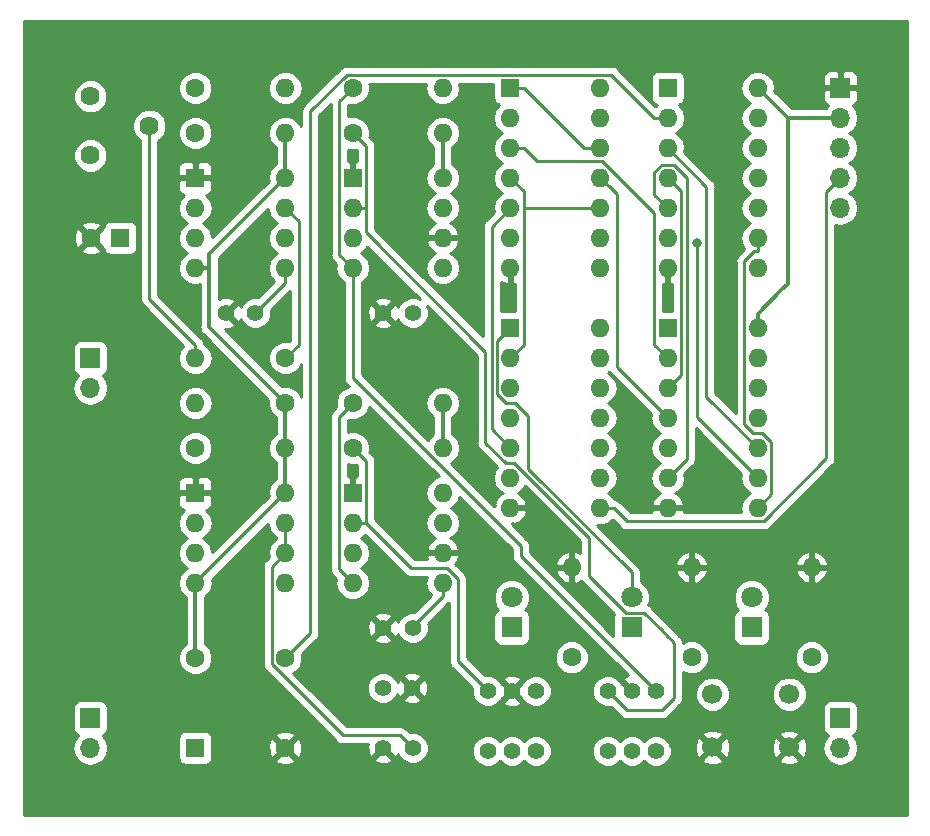
<source format=gbl>
G04 #@! TF.GenerationSoftware,KiCad,Pcbnew,5.0.2+dfsg1-1*
G04 #@! TF.CreationDate,2019-08-08T16:48:36+02:00*
G04 #@! TF.ProjectId,Clock,436c6f63-6b2e-46b6-9963-61645f706362,rev?*
G04 #@! TF.SameCoordinates,Original*
G04 #@! TF.FileFunction,Copper,L2,Bot*
G04 #@! TF.FilePolarity,Positive*
%FSLAX46Y46*%
G04 Gerber Fmt 4.6, Leading zero omitted, Abs format (unit mm)*
G04 Created by KiCad (PCBNEW 5.0.2+dfsg1-1) date do 08 aug 2019 16:48:36 CEST*
%MOMM*%
%LPD*%
G01*
G04 APERTURE LIST*
G04 #@! TA.AperFunction,ComponentPad*
%ADD10C,1.700000*%
G04 #@! TD*
G04 #@! TA.AperFunction,ComponentPad*
%ADD11C,1.400000*%
G04 #@! TD*
G04 #@! TA.AperFunction,ComponentPad*
%ADD12C,1.620000*%
G04 #@! TD*
G04 #@! TA.AperFunction,ComponentPad*
%ADD13O,1.700000X1.700000*%
G04 #@! TD*
G04 #@! TA.AperFunction,ComponentPad*
%ADD14R,1.700000X1.700000*%
G04 #@! TD*
G04 #@! TA.AperFunction,ComponentPad*
%ADD15O,1.600000X1.600000*%
G04 #@! TD*
G04 #@! TA.AperFunction,ComponentPad*
%ADD16R,1.600000X1.600000*%
G04 #@! TD*
G04 #@! TA.AperFunction,ComponentPad*
%ADD17C,1.600000*%
G04 #@! TD*
G04 #@! TA.AperFunction,ComponentPad*
%ADD18C,1.800000*%
G04 #@! TD*
G04 #@! TA.AperFunction,ComponentPad*
%ADD19R,1.800000X1.800000*%
G04 #@! TD*
G04 #@! TA.AperFunction,ViaPad*
%ADD20C,0.800000*%
G04 #@! TD*
G04 #@! TA.AperFunction,Conductor*
%ADD21C,0.250000*%
G04 #@! TD*
G04 #@! TA.AperFunction,Conductor*
%ADD22C,0.350000*%
G04 #@! TD*
G04 #@! TA.AperFunction,Conductor*
%ADD23C,0.254000*%
G04 #@! TD*
G04 APERTURE END LIST*
D10*
G04 #@! TO.P,SW1,1*
G04 #@! TO.N,GND*
X97277400Y-79952400D03*
X90777400Y-79952400D03*
G04 #@! TO.P,SW1,2*
G04 #@! TO.N,Net-(R5-Pad1)*
X97277400Y-75452400D03*
X90777400Y-75452400D03*
G04 #@! TD*
D11*
G04 #@! TO.P,SW2,2*
G04 #@! TO.N,GND*
X83947000Y-75184000D03*
G04 #@! TO.P,SW2,1*
G04 #@! TO.N,Net-(R8-Pad1)*
X81915000Y-75184000D03*
G04 #@! TO.P,SW2,3*
G04 #@! TO.N,Net-(R9-Pad1)*
X85979000Y-75184000D03*
G04 #@! TO.P,SW2,*
G04 #@! TO.N,*
X85979000Y-80264000D03*
X83947000Y-80264000D03*
X81915000Y-80264000D03*
G04 #@! TD*
G04 #@! TO.P,SW3,2*
G04 #@! TO.N,GND*
X73787000Y-75184000D03*
G04 #@! TO.P,SW3,1*
G04 #@! TO.N,Net-(R10-Pad1)*
X71755000Y-75184000D03*
G04 #@! TO.P,SW3,3*
G04 #@! TO.N,Net-(R11-Pad1)*
X75819000Y-75184000D03*
G04 #@! TO.P,SW3,*
G04 #@! TO.N,*
X75819000Y-80264000D03*
X73787000Y-80264000D03*
X71755000Y-80264000D03*
G04 #@! TD*
D12*
G04 #@! TO.P,R3,1*
G04 #@! TO.N,Net-(R3-Pad1)*
X38100000Y-29845000D03*
G04 #@! TO.P,R3,2*
G04 #@! TO.N,Net-(R3-Pad2)*
X43100000Y-27345000D03*
G04 #@! TO.P,R3,3*
G04 #@! TO.N,Net-(R2-Pad2)*
X38100000Y-24845000D03*
G04 #@! TD*
D13*
G04 #@! TO.P,J3,2*
G04 #@! TO.N,Net-(J3-Pad2)*
X38100000Y-80010000D03*
D14*
G04 #@! TO.P,J3,1*
G04 #@! TO.N,Net-(J3-Pad1)*
X38100000Y-77470000D03*
G04 #@! TD*
D13*
G04 #@! TO.P,J2,2*
G04 #@! TO.N,Net-(J2-Pad2)*
X38100000Y-49530000D03*
D14*
G04 #@! TO.P,J2,1*
G04 #@! TO.N,Net-(J2-Pad1)*
X38100000Y-46990000D03*
G04 #@! TD*
D13*
G04 #@! TO.P,J4,2*
G04 #@! TO.N,Net-(J4-Pad2)*
X101600000Y-80010000D03*
D14*
G04 #@! TO.P,J4,1*
G04 #@! TO.N,Net-(J4-Pad1)*
X101600000Y-77470000D03*
G04 #@! TD*
D15*
G04 #@! TO.P,U3,14*
G04 #@! TO.N,+5V*
X81280000Y-24130000D03*
G04 #@! TO.P,U3,7*
G04 #@! TO.N,GND*
X73660000Y-39370000D03*
G04 #@! TO.P,U3,13*
G04 #@! TO.N,CLK_TURBO_EN*
X81280000Y-26670000D03*
G04 #@! TO.P,U3,6*
G04 #@! TO.N,Net-(U3-Pad6)*
X73660000Y-36830000D03*
G04 #@! TO.P,U3,12*
G04 #@! TO.N,CLK_MAN_EN*
X81280000Y-29210000D03*
G04 #@! TO.P,U3,5*
G04 #@! TO.N,CLK_TURBO_EN*
X73660000Y-34290000D03*
G04 #@! TO.P,U3,11*
G04 #@! TO.N,Net-(U3-Pad11)*
X81280000Y-31750000D03*
G04 #@! TO.P,U3,4*
G04 #@! TO.N,Net-(U1-Pad2)*
X73660000Y-31750000D03*
G04 #@! TO.P,U3,10*
X81280000Y-34290000D03*
G04 #@! TO.P,U3,3*
G04 #@! TO.N,Net-(U3-Pad3)*
X73660000Y-29210000D03*
G04 #@! TO.P,U3,9*
G04 #@! TO.N,CLK_VAR*
X81280000Y-36830000D03*
G04 #@! TO.P,U3,2*
G04 #@! TO.N,CLK_MAN*
X73660000Y-26670000D03*
G04 #@! TO.P,U3,8*
G04 #@! TO.N,Net-(U3-Pad8)*
X81280000Y-39370000D03*
D16*
G04 #@! TO.P,U3,1*
G04 #@! TO.N,CLK_MAN_EN*
X73660000Y-24130000D03*
G04 #@! TD*
D15*
G04 #@! TO.P,R8,2*
G04 #@! TO.N,+5V*
X67945000Y-27940000D03*
D17*
G04 #@! TO.P,R8,1*
G04 #@! TO.N,Net-(R8-Pad1)*
X60325000Y-27940000D03*
G04 #@! TD*
D15*
G04 #@! TO.P,U2,8*
G04 #@! TO.N,+5V*
X54610000Y-31750000D03*
G04 #@! TO.P,U2,4*
X46990000Y-39370000D03*
G04 #@! TO.P,U2,7*
G04 #@! TO.N,Net-(R1-Pad1)*
X54610000Y-34290000D03*
G04 #@! TO.P,U2,3*
G04 #@! TO.N,CLK_VAR*
X46990000Y-36830000D03*
G04 #@! TO.P,U2,6*
G04 #@! TO.N,Net-(C1-Pad1)*
X54610000Y-36830000D03*
G04 #@! TO.P,U2,2*
X46990000Y-34290000D03*
G04 #@! TO.P,U2,5*
G04 #@! TO.N,Net-(C2-Pad1)*
X54610000Y-39370000D03*
D16*
G04 #@! TO.P,U2,1*
G04 #@! TO.N,GND*
X46990000Y-31750000D03*
G04 #@! TD*
D18*
G04 #@! TO.P,D3,2*
G04 #@! TO.N,CLK_TURBO_EN*
X73782400Y-67252400D03*
D19*
G04 #@! TO.P,D3,1*
G04 #@! TO.N,Net-(D3-Pad1)*
X73782400Y-69792400D03*
G04 #@! TD*
D15*
G04 #@! TO.P,R13,2*
G04 #@! TO.N,GND*
X78862400Y-64712400D03*
D17*
G04 #@! TO.P,R13,1*
G04 #@! TO.N,Net-(D3-Pad1)*
X78862400Y-72332400D03*
G04 #@! TD*
D15*
G04 #@! TO.P,R12,2*
G04 #@! TO.N,GND*
X89022400Y-64712400D03*
D17*
G04 #@! TO.P,R12,1*
G04 #@! TO.N,Net-(D2-Pad1)*
X89022400Y-72332400D03*
G04 #@! TD*
D15*
G04 #@! TO.P,R11,2*
G04 #@! TO.N,+5V*
X67945000Y-50800000D03*
D17*
G04 #@! TO.P,R11,1*
G04 #@! TO.N,Net-(R11-Pad1)*
X60325000Y-50800000D03*
G04 #@! TD*
D15*
G04 #@! TO.P,R10,2*
G04 #@! TO.N,+5V*
X67945000Y-54610000D03*
D17*
G04 #@! TO.P,R10,1*
G04 #@! TO.N,Net-(R10-Pad1)*
X60325000Y-54610000D03*
G04 #@! TD*
D15*
G04 #@! TO.P,R9,2*
G04 #@! TO.N,+5V*
X67945000Y-24130000D03*
D17*
G04 #@! TO.P,R9,1*
G04 #@! TO.N,Net-(R9-Pad1)*
X60325000Y-24130000D03*
G04 #@! TD*
D15*
G04 #@! TO.P,R7,2*
G04 #@! TO.N,GND*
X99182400Y-64712400D03*
D17*
G04 #@! TO.P,R7,1*
G04 #@! TO.N,Net-(D1-Pad1)*
X99182400Y-72332400D03*
G04 #@! TD*
D15*
G04 #@! TO.P,R6,2*
G04 #@! TO.N,Net-(C4-Pad1)*
X46990000Y-50800000D03*
D17*
G04 #@! TO.P,R6,1*
G04 #@! TO.N,+5V*
X54610000Y-50800000D03*
G04 #@! TD*
D15*
G04 #@! TO.P,R1,2*
G04 #@! TO.N,+5V*
X54610000Y-27940000D03*
D17*
G04 #@! TO.P,R1,1*
G04 #@! TO.N,Net-(R1-Pad1)*
X46990000Y-27940000D03*
G04 #@! TD*
D15*
G04 #@! TO.P,R2,2*
G04 #@! TO.N,Net-(R2-Pad2)*
X54610000Y-24130000D03*
D17*
G04 #@! TO.P,R2,1*
G04 #@! TO.N,Net-(C1-Pad1)*
X46990000Y-24130000D03*
G04 #@! TD*
D15*
G04 #@! TO.P,R4,2*
G04 #@! TO.N,Net-(R3-Pad2)*
X46990000Y-46990000D03*
D17*
G04 #@! TO.P,R4,1*
G04 #@! TO.N,Net-(R1-Pad1)*
X54610000Y-46990000D03*
G04 #@! TD*
D15*
G04 #@! TO.P,R5,2*
G04 #@! TO.N,+5V*
X54610000Y-54610000D03*
D17*
G04 #@! TO.P,R5,1*
G04 #@! TO.N,Net-(R5-Pad1)*
X46990000Y-54610000D03*
G04 #@! TD*
D11*
G04 #@! TO.P,C2,2*
G04 #@! TO.N,GND*
X49570000Y-43180000D03*
G04 #@! TO.P,C2,1*
G04 #@! TO.N,Net-(C2-Pad1)*
X52070000Y-43180000D03*
G04 #@! TD*
G04 #@! TO.P,C5,2*
G04 #@! TO.N,GND*
X62905000Y-43180000D03*
G04 #@! TO.P,C5,1*
G04 #@! TO.N,Net-(C5-Pad1)*
X65405000Y-43180000D03*
G04 #@! TD*
G04 #@! TO.P,C4,2*
G04 #@! TO.N,GND*
X62905000Y-80010000D03*
G04 #@! TO.P,C4,1*
G04 #@! TO.N,Net-(C4-Pad1)*
X65405000Y-80010000D03*
G04 #@! TD*
G04 #@! TO.P,C3,2*
G04 #@! TO.N,GND*
X65365000Y-74930000D03*
G04 #@! TO.P,C3,1*
G04 #@! TO.N,Net-(C3-Pad1)*
X62865000Y-74930000D03*
G04 #@! TD*
G04 #@! TO.P,C6,2*
G04 #@! TO.N,GND*
X62905000Y-69850000D03*
G04 #@! TO.P,C6,1*
G04 #@! TO.N,Net-(C6-Pad1)*
X65405000Y-69850000D03*
G04 #@! TD*
D15*
G04 #@! TO.P,U6,8*
G04 #@! TO.N,+5V*
X54610000Y-58420000D03*
G04 #@! TO.P,U6,4*
X46990000Y-66040000D03*
G04 #@! TO.P,U6,7*
G04 #@! TO.N,Net-(C4-Pad1)*
X54610000Y-60960000D03*
G04 #@! TO.P,U6,3*
G04 #@! TO.N,CLK_MAN*
X46990000Y-63500000D03*
G04 #@! TO.P,U6,6*
G04 #@! TO.N,Net-(C4-Pad1)*
X54610000Y-63500000D03*
G04 #@! TO.P,U6,2*
G04 #@! TO.N,Net-(R5-Pad1)*
X46990000Y-60960000D03*
G04 #@! TO.P,U6,5*
G04 #@! TO.N,Net-(C3-Pad1)*
X54610000Y-66040000D03*
D16*
G04 #@! TO.P,U6,1*
G04 #@! TO.N,GND*
X46990000Y-58420000D03*
G04 #@! TD*
D17*
G04 #@! TO.P,Y1,2*
G04 #@! TO.N,GND*
X54610000Y-80010000D03*
G04 #@! TO.P,Y1,3*
G04 #@! TO.N,CLK_TURBO*
X54610000Y-72390000D03*
G04 #@! TO.P,Y1,1*
G04 #@! TO.N,+5V*
X46990000Y-72390000D03*
D16*
G04 #@! TO.P,Y1,4*
G04 #@! TO.N,N/C*
X46990000Y-80010000D03*
G04 #@! TD*
D17*
G04 #@! TO.P,C1,2*
G04 #@! TO.N,GND*
X38140000Y-36830000D03*
D16*
G04 #@! TO.P,C1,1*
G04 #@! TO.N,Net-(C1-Pad1)*
X40640000Y-36830000D03*
G04 #@! TD*
D13*
G04 #@! TO.P,J1,5*
G04 #@! TO.N,CLK_HLT*
X101600000Y-34290000D03*
G04 #@! TO.P,J1,4*
G04 #@! TO.N,~CLOCK*
X101600000Y-31750000D03*
G04 #@! TO.P,J1,3*
G04 #@! TO.N,CLOCK*
X101600000Y-29210000D03*
G04 #@! TO.P,J1,2*
G04 #@! TO.N,+5V*
X101600000Y-26670000D03*
D14*
G04 #@! TO.P,J1,1*
G04 #@! TO.N,GND*
X101600000Y-24130000D03*
G04 #@! TD*
D18*
G04 #@! TO.P,D1,2*
G04 #@! TO.N,CLOCK*
X94102400Y-67252400D03*
D19*
G04 #@! TO.P,D1,1*
G04 #@! TO.N,Net-(D1-Pad1)*
X94102400Y-69792400D03*
G04 #@! TD*
D18*
G04 #@! TO.P,D2,2*
G04 #@! TO.N,CLK_MAN_EN*
X83942400Y-67252400D03*
D19*
G04 #@! TO.P,D2,1*
G04 #@! TO.N,Net-(D2-Pad1)*
X83942400Y-69792400D03*
G04 #@! TD*
D15*
G04 #@! TO.P,U5,14*
G04 #@! TO.N,+5V*
X94615000Y-24130000D03*
G04 #@! TO.P,U5,7*
G04 #@! TO.N,GND*
X86995000Y-39370000D03*
G04 #@! TO.P,U5,13*
G04 #@! TO.N,N/C*
X94615000Y-26670000D03*
G04 #@! TO.P,U5,6*
G04 #@! TO.N,Net-(U4-Pad9)*
X86995000Y-36830000D03*
G04 #@! TO.P,U5,12*
G04 #@! TO.N,N/C*
X94615000Y-29210000D03*
G04 #@! TO.P,U5,5*
G04 #@! TO.N,Net-(U4-Pad6)*
X86995000Y-34290000D03*
G04 #@! TO.P,U5,11*
G04 #@! TO.N,N/C*
X94615000Y-31750000D03*
G04 #@! TO.P,U5,4*
G04 #@! TO.N,Net-(U4-Pad3)*
X86995000Y-31750000D03*
G04 #@! TO.P,U5,10*
G04 #@! TO.N,Net-(U1-Pad4)*
X94615000Y-34290000D03*
G04 #@! TO.P,U5,3*
G04 #@! TO.N,Net-(U4-Pad10)*
X86995000Y-29210000D03*
G04 #@! TO.P,U5,9*
G04 #@! TO.N,Net-(U4-Pad8)*
X94615000Y-36830000D03*
G04 #@! TO.P,U5,2*
G04 #@! TO.N,CLK_TURBO*
X86995000Y-26670000D03*
G04 #@! TO.P,U5,8*
G04 #@! TO.N,CLOCK*
X94615000Y-39370000D03*
D16*
G04 #@! TO.P,U5,1*
G04 #@! TO.N,Net-(U3-Pad6)*
X86995000Y-24130000D03*
G04 #@! TD*
D15*
G04 #@! TO.P,U1,14*
G04 #@! TO.N,+5V*
X81280000Y-44450000D03*
G04 #@! TO.P,U1,7*
G04 #@! TO.N,GND*
X73660000Y-59690000D03*
G04 #@! TO.P,U1,13*
G04 #@! TO.N,N/C*
X81280000Y-46990000D03*
G04 #@! TO.P,U1,6*
G04 #@! TO.N,Net-(U1-Pad6)*
X73660000Y-57150000D03*
G04 #@! TO.P,U1,12*
G04 #@! TO.N,N/C*
X81280000Y-49530000D03*
G04 #@! TO.P,U1,5*
G04 #@! TO.N,CLK_TURBO_EN*
X73660000Y-54610000D03*
G04 #@! TO.P,U1,11*
G04 #@! TO.N,N/C*
X81280000Y-52070000D03*
G04 #@! TO.P,U1,4*
G04 #@! TO.N,Net-(U1-Pad4)*
X73660000Y-52070000D03*
G04 #@! TO.P,U1,10*
G04 #@! TO.N,N/C*
X81280000Y-54610000D03*
G04 #@! TO.P,U1,3*
G04 #@! TO.N,CLK_HLT*
X73660000Y-49530000D03*
G04 #@! TO.P,U1,9*
G04 #@! TO.N,CLOCK*
X81280000Y-57150000D03*
G04 #@! TO.P,U1,2*
G04 #@! TO.N,Net-(U1-Pad2)*
X73660000Y-46990000D03*
G04 #@! TO.P,U1,8*
G04 #@! TO.N,~CLOCK*
X81280000Y-59690000D03*
D16*
G04 #@! TO.P,U1,1*
G04 #@! TO.N,CLK_MAN_EN*
X73660000Y-44450000D03*
G04 #@! TD*
D15*
G04 #@! TO.P,U4,14*
G04 #@! TO.N,+5V*
X94615000Y-44450000D03*
G04 #@! TO.P,U4,7*
G04 #@! TO.N,GND*
X86995000Y-59690000D03*
G04 #@! TO.P,U4,13*
G04 #@! TO.N,N/C*
X94615000Y-46990000D03*
G04 #@! TO.P,U4,6*
G04 #@! TO.N,Net-(U4-Pad6)*
X86995000Y-57150000D03*
G04 #@! TO.P,U4,12*
G04 #@! TO.N,N/C*
X94615000Y-49530000D03*
G04 #@! TO.P,U4,5*
G04 #@! TO.N,Net-(U1-Pad6)*
X86995000Y-54610000D03*
G04 #@! TO.P,U4,11*
G04 #@! TO.N,N/C*
X94615000Y-52070000D03*
G04 #@! TO.P,U4,4*
G04 #@! TO.N,Net-(U3-Pad11)*
X86995000Y-52070000D03*
G04 #@! TO.P,U4,10*
G04 #@! TO.N,Net-(U4-Pad10)*
X94615000Y-54610000D03*
G04 #@! TO.P,U4,3*
G04 #@! TO.N,Net-(U4-Pad3)*
X86995000Y-49530000D03*
G04 #@! TO.P,U4,9*
G04 #@! TO.N,Net-(U4-Pad9)*
X94615000Y-57150000D03*
G04 #@! TO.P,U4,2*
G04 #@! TO.N,Net-(U3-Pad3)*
X86995000Y-46990000D03*
G04 #@! TO.P,U4,8*
G04 #@! TO.N,Net-(U4-Pad8)*
X94615000Y-59690000D03*
D16*
G04 #@! TO.P,U4,1*
G04 #@! TO.N,Net-(U3-Pad8)*
X86995000Y-44450000D03*
G04 #@! TD*
D15*
G04 #@! TO.P,U7,8*
G04 #@! TO.N,+5V*
X67945000Y-31750000D03*
G04 #@! TO.P,U7,4*
G04 #@! TO.N,Net-(R9-Pad1)*
X60325000Y-39370000D03*
G04 #@! TO.P,U7,7*
G04 #@! TO.N,Net-(U7-Pad7)*
X67945000Y-34290000D03*
G04 #@! TO.P,U7,3*
G04 #@! TO.N,CLK_MAN_EN*
X60325000Y-36830000D03*
G04 #@! TO.P,U7,6*
G04 #@! TO.N,GND*
X67945000Y-36830000D03*
G04 #@! TO.P,U7,2*
G04 #@! TO.N,Net-(R8-Pad1)*
X60325000Y-34290000D03*
G04 #@! TO.P,U7,5*
G04 #@! TO.N,Net-(C5-Pad1)*
X67945000Y-39370000D03*
D16*
G04 #@! TO.P,U7,1*
G04 #@! TO.N,GND*
X60325000Y-31750000D03*
G04 #@! TD*
D15*
G04 #@! TO.P,U8,8*
G04 #@! TO.N,+5V*
X67945000Y-58420000D03*
G04 #@! TO.P,U8,4*
G04 #@! TO.N,Net-(R11-Pad1)*
X60325000Y-66040000D03*
G04 #@! TO.P,U8,7*
G04 #@! TO.N,Net-(U8-Pad7)*
X67945000Y-60960000D03*
G04 #@! TO.P,U8,3*
G04 #@! TO.N,CLK_TURBO_EN*
X60325000Y-63500000D03*
G04 #@! TO.P,U8,6*
G04 #@! TO.N,GND*
X67945000Y-63500000D03*
G04 #@! TO.P,U8,2*
G04 #@! TO.N,Net-(R10-Pad1)*
X60325000Y-60960000D03*
G04 #@! TO.P,U8,5*
G04 #@! TO.N,Net-(C6-Pad1)*
X67945000Y-66040000D03*
D16*
G04 #@! TO.P,U8,1*
G04 #@! TO.N,GND*
X60325000Y-58420000D03*
G04 #@! TD*
D20*
G04 #@! TO.N,GND*
X62992000Y-29845000D03*
X70739000Y-41783000D03*
X68834000Y-41783000D03*
X92583000Y-62611000D03*
X71247000Y-62103000D03*
X62992000Y-58420000D03*
X91821000Y-39370000D03*
X52705000Y-35814000D03*
X62992000Y-24511000D03*
X62992000Y-21336000D03*
G04 #@! TO.N,Net-(U4-Pad9)*
X89488200Y-37294400D03*
G04 #@! TD*
D21*
G04 #@! TO.N,Net-(R1-Pad1)*
X55735300Y-45864700D02*
X54610000Y-46990000D01*
X55735300Y-35415300D02*
X55735300Y-45864700D01*
X54610000Y-34290000D02*
X55735300Y-35415300D01*
D22*
G04 #@! TO.N,+5V*
X94615000Y-44450000D02*
X94615000Y-43274700D01*
X54610000Y-50800000D02*
X48165300Y-44355300D01*
X54610000Y-54610000D02*
X54610000Y-50800000D01*
X54610000Y-58420000D02*
X54610000Y-54610000D01*
X46990000Y-39370000D02*
X48165300Y-39370000D01*
X48165300Y-39370000D02*
X48165300Y-39004700D01*
X67945000Y-31750000D02*
X67945000Y-27940000D01*
X67945000Y-50800000D02*
X67945000Y-54610000D01*
X54610000Y-27940000D02*
X54610000Y-31750000D01*
X46990000Y-72390000D02*
X46990000Y-66040000D01*
X48165300Y-38194700D02*
X48165300Y-39751000D01*
X54610000Y-31750000D02*
X48165300Y-38194700D01*
X48165300Y-44355300D02*
X48165300Y-39751000D01*
X48165300Y-39751000D02*
X48165300Y-39370000D01*
X54610000Y-58420000D02*
X46990000Y-66040000D01*
X97155000Y-26670000D02*
X94615000Y-24130000D01*
X101600000Y-26670000D02*
X97155000Y-26670000D01*
X97155000Y-40734700D02*
X96614700Y-41275000D01*
X97155000Y-26670000D02*
X97155000Y-40734700D01*
X94615000Y-43274700D02*
X96614700Y-41275000D01*
D21*
G04 #@! TO.N,Net-(C4-Pad1)*
X54610000Y-60960000D02*
X54610000Y-63500000D01*
X59489200Y-78924600D02*
X64319600Y-78924600D01*
X53462700Y-72898100D02*
X59489200Y-78924600D01*
X53462700Y-64647300D02*
X53462700Y-72898100D01*
X64319600Y-78924600D02*
X65405000Y-80010000D01*
X54610000Y-63500000D02*
X53462700Y-64647300D01*
G04 #@! TO.N,Net-(R9-Pad1)*
X60325000Y-48660000D02*
X60325000Y-39370000D01*
X59199700Y-25255300D02*
X60325000Y-24130000D01*
X59199700Y-38244700D02*
X59199700Y-25255300D01*
X60325000Y-39370000D02*
X59199700Y-38244700D01*
X74549000Y-63754000D02*
X74549000Y-62884000D01*
X85979000Y-75184000D02*
X74549000Y-63754000D01*
X74549000Y-62884000D02*
X60325000Y-48660000D01*
G04 #@! TO.N,Net-(R10-Pad1)*
X61450300Y-60960000D02*
X61450300Y-55735300D01*
X61450300Y-55735300D02*
X60325000Y-54610000D01*
X61337700Y-60960000D02*
X61450300Y-60960000D01*
X60325000Y-60960000D02*
X61337700Y-60960000D01*
X69231100Y-65732700D02*
X68268400Y-64770000D01*
X68268400Y-64770000D02*
X65260300Y-64770000D01*
X65260300Y-64770000D02*
X61450300Y-60960000D01*
X69231100Y-72660100D02*
X69231100Y-71882000D01*
X71755000Y-75184000D02*
X69231100Y-72660100D01*
X69231100Y-72226100D02*
X69231100Y-71882000D01*
X69231100Y-71882000D02*
X69231100Y-65732700D01*
G04 #@! TO.N,Net-(R11-Pad1)*
X59174300Y-51950700D02*
X60325000Y-50800000D01*
X59174300Y-64889300D02*
X59174300Y-51950700D01*
X60325000Y-66040000D02*
X59174300Y-64889300D01*
G04 #@! TO.N,Net-(C6-Pad1)*
X67945000Y-66040000D02*
X67945000Y-67165300D01*
X67945000Y-67165300D02*
X65405000Y-69705300D01*
X65405000Y-69705300D02*
X65405000Y-69850000D01*
G04 #@! TO.N,CLK_TURBO_EN*
X72084300Y-35865700D02*
X73660000Y-34290000D01*
X72084300Y-53034300D02*
X72084300Y-35865700D01*
X73660000Y-54610000D02*
X72084300Y-53034300D01*
G04 #@! TO.N,Net-(C2-Pad1)*
X52070000Y-43180000D02*
X54610000Y-40640000D01*
X54610000Y-40640000D02*
X54610000Y-39370000D01*
G04 #@! TO.N,CLK_MAN_EN*
X83942400Y-67252400D02*
X83942400Y-65140800D01*
X83942400Y-65140800D02*
X75158300Y-56356700D01*
X75158300Y-56356700D02*
X75158300Y-51911600D01*
X75158300Y-51911600D02*
X74046700Y-50800000D01*
X74046700Y-50800000D02*
X73291900Y-50800000D01*
X73291900Y-50800000D02*
X72534700Y-50042800D01*
X72534700Y-50042800D02*
X72534700Y-45575300D01*
X72534700Y-45575300D02*
X73660000Y-44450000D01*
X73660000Y-24130000D02*
X74785300Y-24130000D01*
X74785300Y-24130000D02*
X79865300Y-29210000D01*
X79865300Y-29210000D02*
X81280000Y-29210000D01*
G04 #@! TO.N,Net-(U4-Pad8)*
X94333600Y-37955300D02*
X94615000Y-37955300D01*
X93489700Y-38799200D02*
X94333600Y-37955300D01*
X93489700Y-52591200D02*
X93489700Y-38799200D01*
X94615000Y-37955300D02*
X94615000Y-36830000D01*
X94615000Y-59690000D02*
X95769400Y-58535600D01*
X95769400Y-58535600D02*
X95769400Y-54121900D01*
X95769400Y-54121900D02*
X94987500Y-53340000D01*
X94238500Y-53340000D02*
X93489700Y-52591200D01*
X94987500Y-53340000D02*
X94238500Y-53340000D01*
G04 #@! TO.N,Net-(U3-Pad3)*
X74785300Y-29210000D02*
X73660000Y-29210000D01*
X85869700Y-45864700D02*
X85869700Y-34742600D01*
X85869700Y-34742600D02*
X81462400Y-30335300D01*
X86995000Y-46990000D02*
X85869700Y-45864700D01*
X81462400Y-30335300D02*
X75910600Y-30335300D01*
X75910600Y-30335300D02*
X74785300Y-29210000D01*
G04 #@! TO.N,Net-(U4-Pad9)*
X89488200Y-52023200D02*
X89488200Y-50165000D01*
X94615000Y-57150000D02*
X89488200Y-52023200D01*
X89488200Y-50165000D02*
X89488200Y-37294400D01*
G04 #@! TO.N,Net-(U4-Pad3)*
X88131800Y-32886800D02*
X86995000Y-31750000D01*
X88131800Y-48393200D02*
X88131800Y-32886800D01*
X86995000Y-49530000D02*
X88131800Y-48393200D01*
G04 #@! TO.N,Net-(U4-Pad10)*
X94615000Y-54610000D02*
X90273200Y-50268200D01*
X90273200Y-50268200D02*
X90273200Y-32488200D01*
X90273200Y-32488200D02*
X86995000Y-29210000D01*
G04 #@! TO.N,Net-(U3-Pad11)*
X82079999Y-32549999D02*
X81280000Y-31750000D01*
X82677000Y-33147000D02*
X82079999Y-32549999D01*
X82677000Y-47752000D02*
X82677000Y-33147000D01*
X86995000Y-52070000D02*
X82677000Y-47752000D01*
G04 #@! TO.N,Net-(U4-Pad6)*
X86995000Y-34290000D02*
X85869700Y-33164700D01*
X88582200Y-55562800D02*
X86995000Y-57150000D01*
X85869700Y-33164700D02*
X85869700Y-31244000D01*
X88582200Y-31717200D02*
X88582200Y-55562800D01*
X85869700Y-31244000D02*
X86495500Y-30618200D01*
X86495500Y-30618200D02*
X87483200Y-30618200D01*
X87483200Y-30618200D02*
X88582200Y-31717200D01*
G04 #@! TO.N,Net-(U1-Pad2)*
X74785300Y-34290000D02*
X74785300Y-33719200D01*
X81280000Y-34290000D02*
X74785300Y-34290000D01*
X74785300Y-32875300D02*
X74785300Y-34544000D01*
X73660000Y-31750000D02*
X74785300Y-32875300D01*
X74785300Y-34544000D02*
X74785300Y-34290000D01*
X74785300Y-45864700D02*
X74785300Y-43180000D01*
X74785300Y-43180000D02*
X74785300Y-34544000D01*
X73660000Y-46990000D02*
X74785300Y-45864700D01*
G04 #@! TO.N,~CLOCK*
X82405300Y-59690000D02*
X81280000Y-59690000D01*
X101600000Y-31750000D02*
X100424700Y-32925300D01*
X100424700Y-32925300D02*
X100424700Y-55494400D01*
X95103800Y-60815300D02*
X83530600Y-60815300D01*
X100424700Y-55494400D02*
X95103800Y-60815300D01*
X83530600Y-60815300D02*
X82405300Y-59690000D01*
G04 #@! TO.N,CLK_TURBO*
X86995000Y-26670000D02*
X85869700Y-26670000D01*
X85869700Y-26670000D02*
X82200200Y-23000500D01*
X82200200Y-23000500D02*
X59818600Y-23000500D01*
X59818600Y-23000500D02*
X56714400Y-26104700D01*
X56714400Y-26104700D02*
X56714400Y-70285600D01*
X56714400Y-70285600D02*
X54610000Y-72390000D01*
G04 #@! TO.N,Net-(R8-Pad1)*
X61450300Y-34290000D02*
X61450300Y-29065300D01*
X61450300Y-29065300D02*
X60325000Y-27940000D01*
X84986200Y-68567000D02*
X83449700Y-68567000D01*
X83449700Y-68567000D02*
X80316700Y-65434000D01*
X80316700Y-65434000D02*
X80316700Y-62209100D01*
X80316700Y-62209100D02*
X73987600Y-55880000D01*
X73987600Y-55880000D02*
X73261100Y-55880000D01*
X73261100Y-55880000D02*
X71561200Y-54180100D01*
X71561200Y-54180100D02*
X71561200Y-46474600D01*
X71561200Y-46474600D02*
X61450300Y-36363700D01*
X61450300Y-36363700D02*
X61450300Y-34290000D01*
X60325000Y-34290000D02*
X61450300Y-34290000D01*
X87050500Y-70631300D02*
X86396200Y-69977000D01*
X87503000Y-71083800D02*
X86396200Y-69977000D01*
X86396200Y-69977000D02*
X84986200Y-68567000D01*
X81915000Y-75184000D02*
X83566000Y-76835000D01*
X87503000Y-75819000D02*
X87503000Y-71083800D01*
X83566000Y-76835000D02*
X86487000Y-76835000D01*
X86487000Y-76835000D02*
X87503000Y-75819000D01*
G04 #@! TO.N,Net-(R3-Pad2)*
X46990000Y-46990000D02*
X46990000Y-45864700D01*
X46990000Y-45864700D02*
X43100000Y-41974700D01*
X43100000Y-41974700D02*
X43100000Y-27345000D01*
G04 #@! TD*
D23*
G04 #@! TO.N,GND*
G36*
X107240001Y-85650000D02*
X32460000Y-85650000D01*
X32460000Y-80010000D01*
X36585908Y-80010000D01*
X36701161Y-80589418D01*
X37029375Y-81080625D01*
X37520582Y-81408839D01*
X37953744Y-81495000D01*
X38246256Y-81495000D01*
X38679418Y-81408839D01*
X39170625Y-81080625D01*
X39498839Y-80589418D01*
X39614092Y-80010000D01*
X39498839Y-79430582D01*
X39351451Y-79210000D01*
X45542560Y-79210000D01*
X45542560Y-80810000D01*
X45591843Y-81057765D01*
X45732191Y-81267809D01*
X45942235Y-81408157D01*
X46190000Y-81457440D01*
X47790000Y-81457440D01*
X48037765Y-81408157D01*
X48247809Y-81267809D01*
X48388157Y-81057765D01*
X48396117Y-81017745D01*
X53781861Y-81017745D01*
X53855995Y-81263864D01*
X54393223Y-81456965D01*
X54963454Y-81429778D01*
X55364005Y-81263864D01*
X55438139Y-81017745D01*
X55365670Y-80945275D01*
X62149331Y-80945275D01*
X62211169Y-81181042D01*
X62712122Y-81357419D01*
X63242440Y-81328664D01*
X63598831Y-81181042D01*
X63660669Y-80945275D01*
X62905000Y-80189605D01*
X62149331Y-80945275D01*
X55365670Y-80945275D01*
X54610000Y-80189605D01*
X53781861Y-81017745D01*
X48396117Y-81017745D01*
X48437440Y-80810000D01*
X48437440Y-79793223D01*
X53163035Y-79793223D01*
X53190222Y-80363454D01*
X53356136Y-80764005D01*
X53602255Y-80838139D01*
X54430395Y-80010000D01*
X54789605Y-80010000D01*
X55617745Y-80838139D01*
X55863864Y-80764005D01*
X56056965Y-80226777D01*
X56029778Y-79656546D01*
X55863864Y-79255995D01*
X55617745Y-79181861D01*
X54789605Y-80010000D01*
X54430395Y-80010000D01*
X53602255Y-79181861D01*
X53356136Y-79255995D01*
X53163035Y-79793223D01*
X48437440Y-79793223D01*
X48437440Y-79210000D01*
X48396118Y-79002255D01*
X53781861Y-79002255D01*
X54610000Y-79830395D01*
X55438139Y-79002255D01*
X55364005Y-78756136D01*
X54826777Y-78563035D01*
X54256546Y-78590222D01*
X53855995Y-78756136D01*
X53781861Y-79002255D01*
X48396118Y-79002255D01*
X48388157Y-78962235D01*
X48247809Y-78752191D01*
X48037765Y-78611843D01*
X47790000Y-78562560D01*
X46190000Y-78562560D01*
X45942235Y-78611843D01*
X45732191Y-78752191D01*
X45591843Y-78962235D01*
X45542560Y-79210000D01*
X39351451Y-79210000D01*
X39170625Y-78939375D01*
X39152381Y-78927184D01*
X39197765Y-78918157D01*
X39407809Y-78777809D01*
X39548157Y-78567765D01*
X39597440Y-78320000D01*
X39597440Y-76620000D01*
X39548157Y-76372235D01*
X39407809Y-76162191D01*
X39197765Y-76021843D01*
X38950000Y-75972560D01*
X37250000Y-75972560D01*
X37002235Y-76021843D01*
X36792191Y-76162191D01*
X36651843Y-76372235D01*
X36602560Y-76620000D01*
X36602560Y-78320000D01*
X36651843Y-78567765D01*
X36792191Y-78777809D01*
X37002235Y-78918157D01*
X37047619Y-78927184D01*
X37029375Y-78939375D01*
X36701161Y-79430582D01*
X36585908Y-80010000D01*
X32460000Y-80010000D01*
X32460000Y-57493690D01*
X45555000Y-57493690D01*
X45555000Y-58134250D01*
X45713750Y-58293000D01*
X46863000Y-58293000D01*
X46863000Y-57143750D01*
X47117000Y-57143750D01*
X47117000Y-58293000D01*
X48266250Y-58293000D01*
X48425000Y-58134250D01*
X48425000Y-57493690D01*
X48328327Y-57260301D01*
X48149698Y-57081673D01*
X47916309Y-56985000D01*
X47275750Y-56985000D01*
X47117000Y-57143750D01*
X46863000Y-57143750D01*
X46704250Y-56985000D01*
X46063691Y-56985000D01*
X45830302Y-57081673D01*
X45651673Y-57260301D01*
X45555000Y-57493690D01*
X32460000Y-57493690D01*
X32460000Y-54324561D01*
X45555000Y-54324561D01*
X45555000Y-54895439D01*
X45773466Y-55422862D01*
X46177138Y-55826534D01*
X46704561Y-56045000D01*
X47275439Y-56045000D01*
X47802862Y-55826534D01*
X48206534Y-55422862D01*
X48425000Y-54895439D01*
X48425000Y-54324561D01*
X48206534Y-53797138D01*
X47802862Y-53393466D01*
X47275439Y-53175000D01*
X46704561Y-53175000D01*
X46177138Y-53393466D01*
X45773466Y-53797138D01*
X45555000Y-54324561D01*
X32460000Y-54324561D01*
X32460000Y-49530000D01*
X36585908Y-49530000D01*
X36701161Y-50109418D01*
X37029375Y-50600625D01*
X37520582Y-50928839D01*
X37953744Y-51015000D01*
X38246256Y-51015000D01*
X38679418Y-50928839D01*
X38872239Y-50800000D01*
X45526887Y-50800000D01*
X45638260Y-51359909D01*
X45955423Y-51834577D01*
X46430091Y-52151740D01*
X46848667Y-52235000D01*
X47131333Y-52235000D01*
X47549909Y-52151740D01*
X48024577Y-51834577D01*
X48341740Y-51359909D01*
X48453113Y-50800000D01*
X48341740Y-50240091D01*
X48024577Y-49765423D01*
X47549909Y-49448260D01*
X47131333Y-49365000D01*
X46848667Y-49365000D01*
X46430091Y-49448260D01*
X45955423Y-49765423D01*
X45638260Y-50240091D01*
X45526887Y-50800000D01*
X38872239Y-50800000D01*
X39170625Y-50600625D01*
X39498839Y-50109418D01*
X39614092Y-49530000D01*
X39498839Y-48950582D01*
X39170625Y-48459375D01*
X39152381Y-48447184D01*
X39197765Y-48438157D01*
X39407809Y-48297809D01*
X39548157Y-48087765D01*
X39597440Y-47840000D01*
X39597440Y-46140000D01*
X39548157Y-45892235D01*
X39407809Y-45682191D01*
X39197765Y-45541843D01*
X38950000Y-45492560D01*
X37250000Y-45492560D01*
X37002235Y-45541843D01*
X36792191Y-45682191D01*
X36651843Y-45892235D01*
X36602560Y-46140000D01*
X36602560Y-47840000D01*
X36651843Y-48087765D01*
X36792191Y-48297809D01*
X37002235Y-48438157D01*
X37047619Y-48447184D01*
X37029375Y-48459375D01*
X36701161Y-48950582D01*
X36585908Y-49530000D01*
X32460000Y-49530000D01*
X32460000Y-37837745D01*
X37311861Y-37837745D01*
X37385995Y-38083864D01*
X37923223Y-38276965D01*
X38493454Y-38249778D01*
X38894005Y-38083864D01*
X38968139Y-37837745D01*
X38140000Y-37009605D01*
X37311861Y-37837745D01*
X32460000Y-37837745D01*
X32460000Y-36613223D01*
X36693035Y-36613223D01*
X36720222Y-37183454D01*
X36886136Y-37584005D01*
X37132255Y-37658139D01*
X37960395Y-36830000D01*
X38319605Y-36830000D01*
X39147745Y-37658139D01*
X39195307Y-37643813D01*
X39241843Y-37877765D01*
X39382191Y-38087809D01*
X39592235Y-38228157D01*
X39840000Y-38277440D01*
X41440000Y-38277440D01*
X41687765Y-38228157D01*
X41897809Y-38087809D01*
X42038157Y-37877765D01*
X42087440Y-37630000D01*
X42087440Y-36030000D01*
X42038157Y-35782235D01*
X41897809Y-35572191D01*
X41687765Y-35431843D01*
X41440000Y-35382560D01*
X39840000Y-35382560D01*
X39592235Y-35431843D01*
X39382191Y-35572191D01*
X39241843Y-35782235D01*
X39195307Y-36016187D01*
X39147745Y-36001861D01*
X38319605Y-36830000D01*
X37960395Y-36830000D01*
X37132255Y-36001861D01*
X36886136Y-36075995D01*
X36693035Y-36613223D01*
X32460000Y-36613223D01*
X32460000Y-35822255D01*
X37311861Y-35822255D01*
X38140000Y-36650395D01*
X38968139Y-35822255D01*
X38894005Y-35576136D01*
X38356777Y-35383035D01*
X37786546Y-35410222D01*
X37385995Y-35576136D01*
X37311861Y-35822255D01*
X32460000Y-35822255D01*
X32460000Y-29557572D01*
X36655000Y-29557572D01*
X36655000Y-30132428D01*
X36874988Y-30663527D01*
X37281473Y-31070012D01*
X37812572Y-31290000D01*
X38387428Y-31290000D01*
X38918527Y-31070012D01*
X39325012Y-30663527D01*
X39545000Y-30132428D01*
X39545000Y-29557572D01*
X39325012Y-29026473D01*
X38918527Y-28619988D01*
X38387428Y-28400000D01*
X37812572Y-28400000D01*
X37281473Y-28619988D01*
X36874988Y-29026473D01*
X36655000Y-29557572D01*
X32460000Y-29557572D01*
X32460000Y-27057572D01*
X41655000Y-27057572D01*
X41655000Y-27632428D01*
X41874988Y-28163527D01*
X42281473Y-28570012D01*
X42340001Y-28594255D01*
X42340000Y-41899853D01*
X42325112Y-41974700D01*
X42340000Y-42049547D01*
X42340000Y-42049551D01*
X42384096Y-42271236D01*
X42552071Y-42522629D01*
X42615530Y-42565031D01*
X45985694Y-45935196D01*
X45955423Y-45955423D01*
X45638260Y-46430091D01*
X45526887Y-46990000D01*
X45638260Y-47549909D01*
X45955423Y-48024577D01*
X46430091Y-48341740D01*
X46848667Y-48425000D01*
X47131333Y-48425000D01*
X47549909Y-48341740D01*
X48024577Y-48024577D01*
X48341740Y-47549909D01*
X48453113Y-46990000D01*
X48341740Y-46430091D01*
X48024577Y-45955423D01*
X47745896Y-45769214D01*
X47705904Y-45568163D01*
X47705904Y-45568162D01*
X47580329Y-45380227D01*
X47537929Y-45316771D01*
X47474473Y-45274371D01*
X43860000Y-41659899D01*
X43860000Y-34290000D01*
X45526887Y-34290000D01*
X45638260Y-34849909D01*
X45955423Y-35324577D01*
X46307758Y-35560000D01*
X45955423Y-35795423D01*
X45638260Y-36270091D01*
X45526887Y-36830000D01*
X45638260Y-37389909D01*
X45955423Y-37864577D01*
X46307758Y-38100000D01*
X45955423Y-38335423D01*
X45638260Y-38810091D01*
X45526887Y-39370000D01*
X45638260Y-39929909D01*
X45955423Y-40404577D01*
X46430091Y-40721740D01*
X46848667Y-40805000D01*
X47131333Y-40805000D01*
X47355301Y-40760450D01*
X47355300Y-44275527D01*
X47339432Y-44355300D01*
X47355300Y-44435073D01*
X47402297Y-44671345D01*
X47581323Y-44939277D01*
X47648956Y-44984468D01*
X53176186Y-50511699D01*
X53175000Y-50514561D01*
X53175000Y-51085439D01*
X53393466Y-51612862D01*
X53797138Y-52016534D01*
X53800001Y-52017720D01*
X53800000Y-53425365D01*
X53575423Y-53575423D01*
X53258260Y-54050091D01*
X53146887Y-54610000D01*
X53258260Y-55169909D01*
X53575423Y-55644577D01*
X53800001Y-55794635D01*
X53800000Y-57235365D01*
X53575423Y-57385423D01*
X53258260Y-57860091D01*
X53146887Y-58420000D01*
X53199580Y-58684907D01*
X48441727Y-63442760D01*
X48341740Y-62940091D01*
X48024577Y-62465423D01*
X47672242Y-62230000D01*
X48024577Y-61994577D01*
X48341740Y-61519909D01*
X48453113Y-60960000D01*
X48341740Y-60400091D01*
X48024577Y-59925423D01*
X47918082Y-59854265D01*
X48149698Y-59758327D01*
X48328327Y-59579699D01*
X48425000Y-59346310D01*
X48425000Y-58705750D01*
X48266250Y-58547000D01*
X47117000Y-58547000D01*
X47117000Y-58567000D01*
X46863000Y-58567000D01*
X46863000Y-58547000D01*
X45713750Y-58547000D01*
X45555000Y-58705750D01*
X45555000Y-59346310D01*
X45651673Y-59579699D01*
X45830302Y-59758327D01*
X46061918Y-59854265D01*
X45955423Y-59925423D01*
X45638260Y-60400091D01*
X45526887Y-60960000D01*
X45638260Y-61519909D01*
X45955423Y-61994577D01*
X46307758Y-62230000D01*
X45955423Y-62465423D01*
X45638260Y-62940091D01*
X45526887Y-63500000D01*
X45638260Y-64059909D01*
X45955423Y-64534577D01*
X46307758Y-64770000D01*
X45955423Y-65005423D01*
X45638260Y-65480091D01*
X45526887Y-66040000D01*
X45638260Y-66599909D01*
X45955423Y-67074577D01*
X46180001Y-67224635D01*
X46180000Y-71172280D01*
X46177138Y-71173466D01*
X45773466Y-71577138D01*
X45555000Y-72104561D01*
X45555000Y-72675439D01*
X45773466Y-73202862D01*
X46177138Y-73606534D01*
X46704561Y-73825000D01*
X47275439Y-73825000D01*
X47802862Y-73606534D01*
X48206534Y-73202862D01*
X48425000Y-72675439D01*
X48425000Y-72104561D01*
X48206534Y-71577138D01*
X47802862Y-71173466D01*
X47800000Y-71172281D01*
X47800000Y-67224635D01*
X48024577Y-67074577D01*
X48341740Y-66599909D01*
X48453113Y-66040000D01*
X48400420Y-65775093D01*
X53158273Y-61017240D01*
X53258260Y-61519909D01*
X53575423Y-61994577D01*
X53850000Y-62178044D01*
X53850001Y-62281956D01*
X53575423Y-62465423D01*
X53258260Y-62940091D01*
X53146887Y-63500000D01*
X53211312Y-63823887D01*
X52978230Y-64056969D01*
X52914771Y-64099371D01*
X52746796Y-64350764D01*
X52702700Y-64572449D01*
X52702700Y-64572453D01*
X52687812Y-64647300D01*
X52702700Y-64722147D01*
X52702701Y-72823248D01*
X52687812Y-72898100D01*
X52746797Y-73194637D01*
X52867983Y-73376004D01*
X52914772Y-73446029D01*
X52978228Y-73488429D01*
X58898870Y-79409072D01*
X58941271Y-79472529D01*
X59192663Y-79640504D01*
X59414348Y-79684600D01*
X59414352Y-79684600D01*
X59489199Y-79699488D01*
X59564046Y-79684600D01*
X61604240Y-79684600D01*
X61557581Y-79817122D01*
X61586336Y-80347440D01*
X61733958Y-80703831D01*
X61969725Y-80765669D01*
X62725395Y-80010000D01*
X62711253Y-79995858D01*
X62890858Y-79816253D01*
X62905000Y-79830395D01*
X62919143Y-79816253D01*
X63098748Y-79995858D01*
X63084605Y-80010000D01*
X63840275Y-80765669D01*
X64076042Y-80703831D01*
X64154775Y-80480212D01*
X64273242Y-80766217D01*
X64648783Y-81141758D01*
X65139452Y-81345000D01*
X65670548Y-81345000D01*
X66161217Y-81141758D01*
X66536758Y-80766217D01*
X66740000Y-80275548D01*
X66740000Y-79998452D01*
X70420000Y-79998452D01*
X70420000Y-80529548D01*
X70623242Y-81020217D01*
X70998783Y-81395758D01*
X71489452Y-81599000D01*
X72020548Y-81599000D01*
X72511217Y-81395758D01*
X72771000Y-81135975D01*
X73030783Y-81395758D01*
X73521452Y-81599000D01*
X74052548Y-81599000D01*
X74543217Y-81395758D01*
X74803000Y-81135975D01*
X75062783Y-81395758D01*
X75553452Y-81599000D01*
X76084548Y-81599000D01*
X76575217Y-81395758D01*
X76950758Y-81020217D01*
X77154000Y-80529548D01*
X77154000Y-79998452D01*
X80580000Y-79998452D01*
X80580000Y-80529548D01*
X80783242Y-81020217D01*
X81158783Y-81395758D01*
X81649452Y-81599000D01*
X82180548Y-81599000D01*
X82671217Y-81395758D01*
X82931000Y-81135975D01*
X83190783Y-81395758D01*
X83681452Y-81599000D01*
X84212548Y-81599000D01*
X84703217Y-81395758D01*
X84963000Y-81135975D01*
X85222783Y-81395758D01*
X85713452Y-81599000D01*
X86244548Y-81599000D01*
X86735217Y-81395758D01*
X87110758Y-81020217D01*
X87120640Y-80996358D01*
X89913047Y-80996358D01*
X89993320Y-81247659D01*
X90548679Y-81449118D01*
X91138858Y-81422715D01*
X91561480Y-81247659D01*
X91641753Y-80996358D01*
X96413047Y-80996358D01*
X96493320Y-81247659D01*
X97048679Y-81449118D01*
X97638858Y-81422715D01*
X98061480Y-81247659D01*
X98141753Y-80996358D01*
X97277400Y-80132005D01*
X96413047Y-80996358D01*
X91641753Y-80996358D01*
X90777400Y-80132005D01*
X89913047Y-80996358D01*
X87120640Y-80996358D01*
X87314000Y-80529548D01*
X87314000Y-79998452D01*
X87200186Y-79723679D01*
X89280682Y-79723679D01*
X89307085Y-80313858D01*
X89482141Y-80736480D01*
X89733442Y-80816753D01*
X90597795Y-79952400D01*
X90957005Y-79952400D01*
X91821358Y-80816753D01*
X92072659Y-80736480D01*
X92274118Y-80181121D01*
X92253654Y-79723679D01*
X95780682Y-79723679D01*
X95807085Y-80313858D01*
X95982141Y-80736480D01*
X96233442Y-80816753D01*
X97097795Y-79952400D01*
X97457005Y-79952400D01*
X98321358Y-80816753D01*
X98572659Y-80736480D01*
X98774118Y-80181121D01*
X98766463Y-80010000D01*
X100085908Y-80010000D01*
X100201161Y-80589418D01*
X100529375Y-81080625D01*
X101020582Y-81408839D01*
X101453744Y-81495000D01*
X101746256Y-81495000D01*
X102179418Y-81408839D01*
X102670625Y-81080625D01*
X102998839Y-80589418D01*
X103114092Y-80010000D01*
X102998839Y-79430582D01*
X102670625Y-78939375D01*
X102652381Y-78927184D01*
X102697765Y-78918157D01*
X102907809Y-78777809D01*
X103048157Y-78567765D01*
X103097440Y-78320000D01*
X103097440Y-76620000D01*
X103048157Y-76372235D01*
X102907809Y-76162191D01*
X102697765Y-76021843D01*
X102450000Y-75972560D01*
X100750000Y-75972560D01*
X100502235Y-76021843D01*
X100292191Y-76162191D01*
X100151843Y-76372235D01*
X100102560Y-76620000D01*
X100102560Y-78320000D01*
X100151843Y-78567765D01*
X100292191Y-78777809D01*
X100502235Y-78918157D01*
X100547619Y-78927184D01*
X100529375Y-78939375D01*
X100201161Y-79430582D01*
X100085908Y-80010000D01*
X98766463Y-80010000D01*
X98747715Y-79590942D01*
X98572659Y-79168320D01*
X98321358Y-79088047D01*
X97457005Y-79952400D01*
X97097795Y-79952400D01*
X96233442Y-79088047D01*
X95982141Y-79168320D01*
X95780682Y-79723679D01*
X92253654Y-79723679D01*
X92247715Y-79590942D01*
X92072659Y-79168320D01*
X91821358Y-79088047D01*
X90957005Y-79952400D01*
X90597795Y-79952400D01*
X89733442Y-79088047D01*
X89482141Y-79168320D01*
X89280682Y-79723679D01*
X87200186Y-79723679D01*
X87110758Y-79507783D01*
X86735217Y-79132242D01*
X86244548Y-78929000D01*
X85713452Y-78929000D01*
X85222783Y-79132242D01*
X84963000Y-79392025D01*
X84703217Y-79132242D01*
X84212548Y-78929000D01*
X83681452Y-78929000D01*
X83190783Y-79132242D01*
X82931000Y-79392025D01*
X82671217Y-79132242D01*
X82180548Y-78929000D01*
X81649452Y-78929000D01*
X81158783Y-79132242D01*
X80783242Y-79507783D01*
X80580000Y-79998452D01*
X77154000Y-79998452D01*
X76950758Y-79507783D01*
X76575217Y-79132242D01*
X76084548Y-78929000D01*
X75553452Y-78929000D01*
X75062783Y-79132242D01*
X74803000Y-79392025D01*
X74543217Y-79132242D01*
X74052548Y-78929000D01*
X73521452Y-78929000D01*
X73030783Y-79132242D01*
X72771000Y-79392025D01*
X72511217Y-79132242D01*
X72020548Y-78929000D01*
X71489452Y-78929000D01*
X70998783Y-79132242D01*
X70623242Y-79507783D01*
X70420000Y-79998452D01*
X66740000Y-79998452D01*
X66740000Y-79744452D01*
X66536758Y-79253783D01*
X66191417Y-78908442D01*
X89913047Y-78908442D01*
X90777400Y-79772795D01*
X91641753Y-78908442D01*
X96413047Y-78908442D01*
X97277400Y-79772795D01*
X98141753Y-78908442D01*
X98061480Y-78657141D01*
X97506121Y-78455682D01*
X96915942Y-78482085D01*
X96493320Y-78657141D01*
X96413047Y-78908442D01*
X91641753Y-78908442D01*
X91561480Y-78657141D01*
X91006121Y-78455682D01*
X90415942Y-78482085D01*
X89993320Y-78657141D01*
X89913047Y-78908442D01*
X66191417Y-78908442D01*
X66161217Y-78878242D01*
X65670548Y-78675000D01*
X65144802Y-78675000D01*
X64909931Y-78440129D01*
X64867529Y-78376671D01*
X64616137Y-78208696D01*
X64394452Y-78164600D01*
X64394447Y-78164600D01*
X64319600Y-78149712D01*
X64244753Y-78164600D01*
X59804002Y-78164600D01*
X56303854Y-74664452D01*
X61530000Y-74664452D01*
X61530000Y-75195548D01*
X61733242Y-75686217D01*
X62108783Y-76061758D01*
X62599452Y-76265000D01*
X63130548Y-76265000D01*
X63621217Y-76061758D01*
X63817700Y-75865275D01*
X64609331Y-75865275D01*
X64671169Y-76101042D01*
X65172122Y-76277419D01*
X65702440Y-76248664D01*
X66058831Y-76101042D01*
X66120669Y-75865275D01*
X65365000Y-75109605D01*
X64609331Y-75865275D01*
X63817700Y-75865275D01*
X63996758Y-75686217D01*
X64108279Y-75416983D01*
X64193958Y-75623831D01*
X64429725Y-75685669D01*
X65185395Y-74930000D01*
X65544605Y-74930000D01*
X66300275Y-75685669D01*
X66536042Y-75623831D01*
X66712419Y-75122878D01*
X66683664Y-74592560D01*
X66536042Y-74236169D01*
X66300275Y-74174331D01*
X65544605Y-74930000D01*
X65185395Y-74930000D01*
X64429725Y-74174331D01*
X64193958Y-74236169D01*
X64115225Y-74459788D01*
X63996758Y-74173783D01*
X63817700Y-73994725D01*
X64609331Y-73994725D01*
X65365000Y-74750395D01*
X66120669Y-73994725D01*
X66058831Y-73758958D01*
X65557878Y-73582581D01*
X65027560Y-73611336D01*
X64671169Y-73758958D01*
X64609331Y-73994725D01*
X63817700Y-73994725D01*
X63621217Y-73798242D01*
X63130548Y-73595000D01*
X62599452Y-73595000D01*
X62108783Y-73798242D01*
X61733242Y-74173783D01*
X61530000Y-74664452D01*
X56303854Y-74664452D01*
X55297756Y-73658355D01*
X55422862Y-73606534D01*
X55826534Y-73202862D01*
X56045000Y-72675439D01*
X56045000Y-72104561D01*
X56023103Y-72051698D01*
X57198873Y-70875929D01*
X57262329Y-70833529D01*
X57294571Y-70785275D01*
X62149331Y-70785275D01*
X62211169Y-71021042D01*
X62712122Y-71197419D01*
X63242440Y-71168664D01*
X63598831Y-71021042D01*
X63660669Y-70785275D01*
X62905000Y-70029605D01*
X62149331Y-70785275D01*
X57294571Y-70785275D01*
X57430304Y-70582137D01*
X57474400Y-70360452D01*
X57474400Y-70360448D01*
X57489288Y-70285601D01*
X57474400Y-70210754D01*
X57474400Y-69657122D01*
X61557581Y-69657122D01*
X61586336Y-70187440D01*
X61733958Y-70543831D01*
X61969725Y-70605669D01*
X62725395Y-69850000D01*
X61969725Y-69094331D01*
X61733958Y-69156169D01*
X61557581Y-69657122D01*
X57474400Y-69657122D01*
X57474400Y-68914725D01*
X62149331Y-68914725D01*
X62905000Y-69670395D01*
X63660669Y-68914725D01*
X63598831Y-68678958D01*
X63097878Y-68502581D01*
X62567560Y-68531336D01*
X62211169Y-68678958D01*
X62149331Y-68914725D01*
X57474400Y-68914725D01*
X57474400Y-26419501D01*
X58439701Y-25454200D01*
X58439700Y-38169853D01*
X58424812Y-38244700D01*
X58439700Y-38319547D01*
X58439700Y-38319551D01*
X58483796Y-38541236D01*
X58651771Y-38792629D01*
X58715230Y-38835031D01*
X58926312Y-39046113D01*
X58861887Y-39370000D01*
X58973260Y-39929909D01*
X59290423Y-40404577D01*
X59565001Y-40588044D01*
X59565000Y-48585153D01*
X59550112Y-48660000D01*
X59565000Y-48734847D01*
X59565000Y-48734851D01*
X59609096Y-48956536D01*
X59777071Y-49207929D01*
X59840530Y-49250331D01*
X59979908Y-49389709D01*
X59512138Y-49583466D01*
X59108466Y-49987138D01*
X58890000Y-50514561D01*
X58890000Y-51085439D01*
X58911897Y-51138302D01*
X58689828Y-51360371D01*
X58626372Y-51402771D01*
X58458397Y-51654163D01*
X58422079Y-51836748D01*
X58399412Y-51950700D01*
X58414301Y-52025552D01*
X58414300Y-64814453D01*
X58399412Y-64889300D01*
X58414300Y-64964147D01*
X58414300Y-64964151D01*
X58458396Y-65185836D01*
X58626371Y-65437229D01*
X58689830Y-65479631D01*
X58926312Y-65716113D01*
X58861887Y-66040000D01*
X58973260Y-66599909D01*
X59290423Y-67074577D01*
X59765091Y-67391740D01*
X60183667Y-67475000D01*
X60466333Y-67475000D01*
X60884909Y-67391740D01*
X61359577Y-67074577D01*
X61676740Y-66599909D01*
X61788113Y-66040000D01*
X61676740Y-65480091D01*
X61359577Y-65005423D01*
X61007242Y-64770000D01*
X61359577Y-64534577D01*
X61676740Y-64059909D01*
X61788113Y-63500000D01*
X61676740Y-62940091D01*
X61359577Y-62465423D01*
X61007242Y-62230000D01*
X61359577Y-61994577D01*
X61379804Y-61964305D01*
X64669970Y-65254472D01*
X64712371Y-65317929D01*
X64775827Y-65360329D01*
X64963762Y-65485904D01*
X65011905Y-65495480D01*
X65185448Y-65530000D01*
X65185452Y-65530000D01*
X65260300Y-65544888D01*
X65335148Y-65530000D01*
X66583332Y-65530000D01*
X66481887Y-66040000D01*
X66593260Y-66599909D01*
X66910423Y-67074577D01*
X66940694Y-67094803D01*
X65520498Y-68515000D01*
X65139452Y-68515000D01*
X64648783Y-68718242D01*
X64273242Y-69093783D01*
X64161721Y-69363017D01*
X64076042Y-69156169D01*
X63840275Y-69094331D01*
X63084605Y-69850000D01*
X63840275Y-70605669D01*
X64076042Y-70543831D01*
X64154775Y-70320212D01*
X64273242Y-70606217D01*
X64648783Y-70981758D01*
X65139452Y-71185000D01*
X65670548Y-71185000D01*
X66161217Y-70981758D01*
X66536758Y-70606217D01*
X66740000Y-70115548D01*
X66740000Y-69584452D01*
X66699185Y-69485916D01*
X68429476Y-67755627D01*
X68471101Y-67727814D01*
X68471100Y-71807148D01*
X68471100Y-72585253D01*
X68456212Y-72660100D01*
X68471100Y-72734947D01*
X68471100Y-72734951D01*
X68515196Y-72956636D01*
X68683171Y-73208029D01*
X68746630Y-73250431D01*
X70420000Y-74923802D01*
X70420000Y-75449548D01*
X70623242Y-75940217D01*
X70998783Y-76315758D01*
X71489452Y-76519000D01*
X72020548Y-76519000D01*
X72511217Y-76315758D01*
X72707700Y-76119275D01*
X73031331Y-76119275D01*
X73093169Y-76355042D01*
X73594122Y-76531419D01*
X74124440Y-76502664D01*
X74480831Y-76355042D01*
X74542669Y-76119275D01*
X73787000Y-75363605D01*
X73031331Y-76119275D01*
X72707700Y-76119275D01*
X72886758Y-75940217D01*
X72911918Y-75879477D01*
X73607395Y-75184000D01*
X73966605Y-75184000D01*
X74662082Y-75879477D01*
X74687242Y-75940217D01*
X75062783Y-76315758D01*
X75553452Y-76519000D01*
X76084548Y-76519000D01*
X76575217Y-76315758D01*
X76950758Y-75940217D01*
X77154000Y-75449548D01*
X77154000Y-74918452D01*
X76950758Y-74427783D01*
X76575217Y-74052242D01*
X76084548Y-73849000D01*
X75553452Y-73849000D01*
X75062783Y-74052242D01*
X74687242Y-74427783D01*
X74662082Y-74488523D01*
X73966605Y-75184000D01*
X73607395Y-75184000D01*
X72911918Y-74488523D01*
X72886758Y-74427783D01*
X72707700Y-74248725D01*
X73031331Y-74248725D01*
X73787000Y-75004395D01*
X74542669Y-74248725D01*
X74480831Y-74012958D01*
X73979878Y-73836581D01*
X73449560Y-73865336D01*
X73093169Y-74012958D01*
X73031331Y-74248725D01*
X72707700Y-74248725D01*
X72511217Y-74052242D01*
X72020548Y-73849000D01*
X71494802Y-73849000D01*
X69991100Y-72345299D01*
X69991100Y-72046961D01*
X77427400Y-72046961D01*
X77427400Y-72617839D01*
X77645866Y-73145262D01*
X78049538Y-73548934D01*
X78576961Y-73767400D01*
X79147839Y-73767400D01*
X79675262Y-73548934D01*
X80078934Y-73145262D01*
X80297400Y-72617839D01*
X80297400Y-72046961D01*
X80078934Y-71519538D01*
X79675262Y-71115866D01*
X79147839Y-70897400D01*
X78576961Y-70897400D01*
X78049538Y-71115866D01*
X77645866Y-71519538D01*
X77427400Y-72046961D01*
X69991100Y-72046961D01*
X69991100Y-68892400D01*
X72234960Y-68892400D01*
X72234960Y-70692400D01*
X72284243Y-70940165D01*
X72424591Y-71150209D01*
X72634635Y-71290557D01*
X72882400Y-71339840D01*
X74682400Y-71339840D01*
X74930165Y-71290557D01*
X75140209Y-71150209D01*
X75280557Y-70940165D01*
X75329840Y-70692400D01*
X75329840Y-68892400D01*
X75280557Y-68644635D01*
X75140209Y-68434591D01*
X74930165Y-68294243D01*
X74914492Y-68291125D01*
X75083710Y-68121907D01*
X75317400Y-67557730D01*
X75317400Y-66947070D01*
X75083710Y-66382893D01*
X74651907Y-65951090D01*
X74087730Y-65717400D01*
X73477070Y-65717400D01*
X72912893Y-65951090D01*
X72481090Y-66382893D01*
X72247400Y-66947070D01*
X72247400Y-67557730D01*
X72481090Y-68121907D01*
X72650308Y-68291125D01*
X72634635Y-68294243D01*
X72424591Y-68434591D01*
X72284243Y-68644635D01*
X72234960Y-68892400D01*
X69991100Y-68892400D01*
X69991100Y-65807546D01*
X70005988Y-65732699D01*
X69991100Y-65657852D01*
X69991100Y-65657848D01*
X69947004Y-65436163D01*
X69872123Y-65324096D01*
X69821429Y-65248226D01*
X69821427Y-65248224D01*
X69779029Y-65184771D01*
X69715575Y-65142373D01*
X69002356Y-64429155D01*
X69176041Y-64237423D01*
X69336904Y-63849039D01*
X69214915Y-63627000D01*
X68072000Y-63627000D01*
X68072000Y-63647000D01*
X67818000Y-63647000D01*
X67818000Y-63627000D01*
X66675085Y-63627000D01*
X66553096Y-63849039D01*
X66619764Y-64010000D01*
X65575102Y-64010000D01*
X62210300Y-60645199D01*
X62210300Y-55810148D01*
X62225188Y-55735300D01*
X62210300Y-55660452D01*
X62210300Y-55660448D01*
X62166204Y-55438763D01*
X61998229Y-55187371D01*
X61934773Y-55144971D01*
X61738104Y-54948302D01*
X61760000Y-54895439D01*
X61760000Y-54324561D01*
X61541534Y-53797138D01*
X61137862Y-53393466D01*
X60610439Y-53175000D01*
X60039561Y-53175000D01*
X59934300Y-53218601D01*
X59934300Y-52265501D01*
X59986698Y-52213103D01*
X60039561Y-52235000D01*
X60610439Y-52235000D01*
X61137862Y-52016534D01*
X61541534Y-51612862D01*
X61735291Y-51145092D01*
X67613104Y-57022905D01*
X67385091Y-57068260D01*
X66910423Y-57385423D01*
X66593260Y-57860091D01*
X66481887Y-58420000D01*
X66593260Y-58979909D01*
X66910423Y-59454577D01*
X67262758Y-59690000D01*
X66910423Y-59925423D01*
X66593260Y-60400091D01*
X66481887Y-60960000D01*
X66593260Y-61519909D01*
X66910423Y-61994577D01*
X67294108Y-62250947D01*
X67089866Y-62347611D01*
X66713959Y-62762577D01*
X66553096Y-63150961D01*
X66675085Y-63373000D01*
X67818000Y-63373000D01*
X67818000Y-63353000D01*
X68072000Y-63353000D01*
X68072000Y-63373000D01*
X69214915Y-63373000D01*
X69336904Y-63150961D01*
X69176041Y-62762577D01*
X68800134Y-62347611D01*
X68595892Y-62250947D01*
X68979577Y-61994577D01*
X69296740Y-61519909D01*
X69408113Y-60960000D01*
X69296740Y-60400091D01*
X68979577Y-59925423D01*
X68627242Y-59690000D01*
X68979577Y-59454577D01*
X69296740Y-58979909D01*
X69342095Y-58751896D01*
X73789000Y-63198802D01*
X73789000Y-63679153D01*
X73774112Y-63754000D01*
X73789000Y-63828847D01*
X73789000Y-63828851D01*
X73833096Y-64050536D01*
X74001071Y-64301929D01*
X74064530Y-64344331D01*
X83592571Y-73872373D01*
X83253169Y-74012958D01*
X83191331Y-74248725D01*
X83947000Y-75004395D01*
X83961142Y-74990252D01*
X84140748Y-75169858D01*
X84126605Y-75184000D01*
X84140748Y-75198143D01*
X83961142Y-75377748D01*
X83947000Y-75363605D01*
X83932858Y-75377748D01*
X83753252Y-75198142D01*
X83767395Y-75184000D01*
X83071918Y-74488523D01*
X83046758Y-74427783D01*
X82671217Y-74052242D01*
X82180548Y-73849000D01*
X81649452Y-73849000D01*
X81158783Y-74052242D01*
X80783242Y-74427783D01*
X80580000Y-74918452D01*
X80580000Y-75449548D01*
X80783242Y-75940217D01*
X81158783Y-76315758D01*
X81649452Y-76519000D01*
X82175199Y-76519000D01*
X82975671Y-77319473D01*
X83018071Y-77382929D01*
X83269463Y-77550904D01*
X83491148Y-77595000D01*
X83491152Y-77595000D01*
X83566000Y-77609888D01*
X83640848Y-77595000D01*
X86412153Y-77595000D01*
X86487000Y-77609888D01*
X86561847Y-77595000D01*
X86561852Y-77595000D01*
X86783537Y-77550904D01*
X87034929Y-77382929D01*
X87077331Y-77319470D01*
X87987473Y-76409329D01*
X88050929Y-76366929D01*
X88218904Y-76115537D01*
X88263000Y-75893852D01*
X88263000Y-75893847D01*
X88277888Y-75819000D01*
X88263000Y-75744153D01*
X88263000Y-75157015D01*
X89292400Y-75157015D01*
X89292400Y-75747785D01*
X89518478Y-76293585D01*
X89936215Y-76711322D01*
X90482015Y-76937400D01*
X91072785Y-76937400D01*
X91618585Y-76711322D01*
X92036322Y-76293585D01*
X92262400Y-75747785D01*
X92262400Y-75157015D01*
X95792400Y-75157015D01*
X95792400Y-75747785D01*
X96018478Y-76293585D01*
X96436215Y-76711322D01*
X96982015Y-76937400D01*
X97572785Y-76937400D01*
X98118585Y-76711322D01*
X98536322Y-76293585D01*
X98762400Y-75747785D01*
X98762400Y-75157015D01*
X98536322Y-74611215D01*
X98118585Y-74193478D01*
X97572785Y-73967400D01*
X96982015Y-73967400D01*
X96436215Y-74193478D01*
X96018478Y-74611215D01*
X95792400Y-75157015D01*
X92262400Y-75157015D01*
X92036322Y-74611215D01*
X91618585Y-74193478D01*
X91072785Y-73967400D01*
X90482015Y-73967400D01*
X89936215Y-74193478D01*
X89518478Y-74611215D01*
X89292400Y-75157015D01*
X88263000Y-75157015D01*
X88263000Y-73571079D01*
X88736961Y-73767400D01*
X89307839Y-73767400D01*
X89835262Y-73548934D01*
X90238934Y-73145262D01*
X90457400Y-72617839D01*
X90457400Y-72046961D01*
X97747400Y-72046961D01*
X97747400Y-72617839D01*
X97965866Y-73145262D01*
X98369538Y-73548934D01*
X98896961Y-73767400D01*
X99467839Y-73767400D01*
X99995262Y-73548934D01*
X100398934Y-73145262D01*
X100617400Y-72617839D01*
X100617400Y-72046961D01*
X100398934Y-71519538D01*
X99995262Y-71115866D01*
X99467839Y-70897400D01*
X98896961Y-70897400D01*
X98369538Y-71115866D01*
X97965866Y-71519538D01*
X97747400Y-72046961D01*
X90457400Y-72046961D01*
X90238934Y-71519538D01*
X89835262Y-71115866D01*
X89307839Y-70897400D01*
X88736961Y-70897400D01*
X88277074Y-71087892D01*
X88277888Y-71083800D01*
X88263000Y-71008952D01*
X88263000Y-71008948D01*
X88218904Y-70787263D01*
X88050929Y-70535871D01*
X87987473Y-70493471D01*
X87483065Y-69989063D01*
X86986531Y-69492530D01*
X86986529Y-69492527D01*
X86386402Y-68892400D01*
X92554960Y-68892400D01*
X92554960Y-70692400D01*
X92604243Y-70940165D01*
X92744591Y-71150209D01*
X92954635Y-71290557D01*
X93202400Y-71339840D01*
X95002400Y-71339840D01*
X95250165Y-71290557D01*
X95460209Y-71150209D01*
X95600557Y-70940165D01*
X95649840Y-70692400D01*
X95649840Y-68892400D01*
X95600557Y-68644635D01*
X95460209Y-68434591D01*
X95250165Y-68294243D01*
X95234492Y-68291125D01*
X95403710Y-68121907D01*
X95637400Y-67557730D01*
X95637400Y-66947070D01*
X95403710Y-66382893D01*
X94971907Y-65951090D01*
X94407730Y-65717400D01*
X93797070Y-65717400D01*
X93232893Y-65951090D01*
X92801090Y-66382893D01*
X92567400Y-66947070D01*
X92567400Y-67557730D01*
X92801090Y-68121907D01*
X92970308Y-68291125D01*
X92954635Y-68294243D01*
X92744591Y-68434591D01*
X92604243Y-68644635D01*
X92554960Y-68892400D01*
X86386402Y-68892400D01*
X85576531Y-68082530D01*
X85534129Y-68019071D01*
X85340027Y-67889376D01*
X85477400Y-67557730D01*
X85477400Y-66947070D01*
X85243710Y-66382893D01*
X84811907Y-65951090D01*
X84702400Y-65905731D01*
X84702400Y-65215646D01*
X84717288Y-65140799D01*
X84702400Y-65065952D01*
X84702400Y-65065948D01*
X84701504Y-65061441D01*
X87630486Y-65061441D01*
X87870011Y-65567534D01*
X88284977Y-65943441D01*
X88673361Y-66104304D01*
X88895400Y-65982315D01*
X88895400Y-64839400D01*
X89149400Y-64839400D01*
X89149400Y-65982315D01*
X89371439Y-66104304D01*
X89759823Y-65943441D01*
X90174789Y-65567534D01*
X90414314Y-65061441D01*
X97790486Y-65061441D01*
X98030011Y-65567534D01*
X98444977Y-65943441D01*
X98833361Y-66104304D01*
X99055400Y-65982315D01*
X99055400Y-64839400D01*
X99309400Y-64839400D01*
X99309400Y-65982315D01*
X99531439Y-66104304D01*
X99919823Y-65943441D01*
X100334789Y-65567534D01*
X100574314Y-65061441D01*
X100453029Y-64839400D01*
X99309400Y-64839400D01*
X99055400Y-64839400D01*
X97911771Y-64839400D01*
X97790486Y-65061441D01*
X90414314Y-65061441D01*
X90293029Y-64839400D01*
X89149400Y-64839400D01*
X88895400Y-64839400D01*
X87751771Y-64839400D01*
X87630486Y-65061441D01*
X84701504Y-65061441D01*
X84658304Y-64844263D01*
X84608683Y-64770000D01*
X84532729Y-64656326D01*
X84532727Y-64656324D01*
X84490329Y-64592871D01*
X84426876Y-64550473D01*
X84239762Y-64363359D01*
X87630486Y-64363359D01*
X87751771Y-64585400D01*
X88895400Y-64585400D01*
X88895400Y-63442485D01*
X89149400Y-63442485D01*
X89149400Y-64585400D01*
X90293029Y-64585400D01*
X90414314Y-64363359D01*
X97790486Y-64363359D01*
X97911771Y-64585400D01*
X99055400Y-64585400D01*
X99055400Y-63442485D01*
X99309400Y-63442485D01*
X99309400Y-64585400D01*
X100453029Y-64585400D01*
X100574314Y-64363359D01*
X100334789Y-63857266D01*
X99919823Y-63481359D01*
X99531439Y-63320496D01*
X99309400Y-63442485D01*
X99055400Y-63442485D01*
X98833361Y-63320496D01*
X98444977Y-63481359D01*
X98030011Y-63857266D01*
X97790486Y-64363359D01*
X90414314Y-64363359D01*
X90174789Y-63857266D01*
X89759823Y-63481359D01*
X89371439Y-63320496D01*
X89149400Y-63442485D01*
X88895400Y-63442485D01*
X88673361Y-63320496D01*
X88284977Y-63481359D01*
X87870011Y-63857266D01*
X87630486Y-64363359D01*
X84239762Y-64363359D01*
X80967319Y-61090917D01*
X81138667Y-61125000D01*
X81421333Y-61125000D01*
X81839909Y-61041740D01*
X82314577Y-60724577D01*
X82334804Y-60694305D01*
X82940271Y-61299773D01*
X82982671Y-61363229D01*
X83234063Y-61531204D01*
X83455748Y-61575300D01*
X83455752Y-61575300D01*
X83530600Y-61590188D01*
X83605448Y-61575300D01*
X95028953Y-61575300D01*
X95103800Y-61590188D01*
X95178647Y-61575300D01*
X95178652Y-61575300D01*
X95400337Y-61531204D01*
X95651729Y-61363229D01*
X95694131Y-61299770D01*
X100909173Y-56084729D01*
X100972629Y-56042329D01*
X101140604Y-55790937D01*
X101184700Y-55569252D01*
X101184700Y-55569247D01*
X101199588Y-55494400D01*
X101184700Y-55419553D01*
X101184700Y-35721484D01*
X101453744Y-35775000D01*
X101746256Y-35775000D01*
X102179418Y-35688839D01*
X102670625Y-35360625D01*
X102998839Y-34869418D01*
X103114092Y-34290000D01*
X102998839Y-33710582D01*
X102670625Y-33219375D01*
X102372239Y-33020000D01*
X102670625Y-32820625D01*
X102998839Y-32329418D01*
X103114092Y-31750000D01*
X102998839Y-31170582D01*
X102670625Y-30679375D01*
X102372239Y-30480000D01*
X102670625Y-30280625D01*
X102998839Y-29789418D01*
X103114092Y-29210000D01*
X102998839Y-28630582D01*
X102670625Y-28139375D01*
X102372239Y-27940000D01*
X102670625Y-27740625D01*
X102998839Y-27249418D01*
X103114092Y-26670000D01*
X102998839Y-26090582D01*
X102670625Y-25599375D01*
X102648967Y-25584904D01*
X102809698Y-25518327D01*
X102988327Y-25339699D01*
X103085000Y-25106310D01*
X103085000Y-24415750D01*
X102926250Y-24257000D01*
X101727000Y-24257000D01*
X101727000Y-24277000D01*
X101473000Y-24277000D01*
X101473000Y-24257000D01*
X100273750Y-24257000D01*
X100115000Y-24415750D01*
X100115000Y-25106310D01*
X100211673Y-25339699D01*
X100390302Y-25518327D01*
X100551033Y-25584904D01*
X100529375Y-25599375D01*
X100355231Y-25860000D01*
X97490513Y-25860000D01*
X96025420Y-24394907D01*
X96078113Y-24130000D01*
X95966740Y-23570091D01*
X95688510Y-23153690D01*
X100115000Y-23153690D01*
X100115000Y-23844250D01*
X100273750Y-24003000D01*
X101473000Y-24003000D01*
X101473000Y-22803750D01*
X101727000Y-22803750D01*
X101727000Y-24003000D01*
X102926250Y-24003000D01*
X103085000Y-23844250D01*
X103085000Y-23153690D01*
X102988327Y-22920301D01*
X102809698Y-22741673D01*
X102576309Y-22645000D01*
X101885750Y-22645000D01*
X101727000Y-22803750D01*
X101473000Y-22803750D01*
X101314250Y-22645000D01*
X100623691Y-22645000D01*
X100390302Y-22741673D01*
X100211673Y-22920301D01*
X100115000Y-23153690D01*
X95688510Y-23153690D01*
X95649577Y-23095423D01*
X95174909Y-22778260D01*
X94756333Y-22695000D01*
X94473667Y-22695000D01*
X94055091Y-22778260D01*
X93580423Y-23095423D01*
X93263260Y-23570091D01*
X93151887Y-24130000D01*
X93263260Y-24689909D01*
X93580423Y-25164577D01*
X93932758Y-25400000D01*
X93580423Y-25635423D01*
X93263260Y-26110091D01*
X93151887Y-26670000D01*
X93263260Y-27229909D01*
X93580423Y-27704577D01*
X93932758Y-27940000D01*
X93580423Y-28175423D01*
X93263260Y-28650091D01*
X93151887Y-29210000D01*
X93263260Y-29769909D01*
X93580423Y-30244577D01*
X93932758Y-30480000D01*
X93580423Y-30715423D01*
X93263260Y-31190091D01*
X93151887Y-31750000D01*
X93263260Y-32309909D01*
X93580423Y-32784577D01*
X93932758Y-33020000D01*
X93580423Y-33255423D01*
X93263260Y-33730091D01*
X93151887Y-34290000D01*
X93263260Y-34849909D01*
X93580423Y-35324577D01*
X93932758Y-35560000D01*
X93580423Y-35795423D01*
X93263260Y-36270091D01*
X93151887Y-36830000D01*
X93263260Y-37389909D01*
X93487937Y-37726162D01*
X93005228Y-38208871D01*
X92941772Y-38251271D01*
X92899372Y-38314727D01*
X92899371Y-38314728D01*
X92773797Y-38502663D01*
X92714812Y-38799200D01*
X92729701Y-38874052D01*
X92729700Y-51649898D01*
X91033200Y-49953399D01*
X91033200Y-32563047D01*
X91048088Y-32488200D01*
X91033200Y-32413353D01*
X91033200Y-32413348D01*
X90989104Y-32191663D01*
X90821129Y-31940271D01*
X90757673Y-31897871D01*
X88393688Y-29533887D01*
X88458113Y-29210000D01*
X88346740Y-28650091D01*
X88029577Y-28175423D01*
X87677242Y-27940000D01*
X88029577Y-27704577D01*
X88346740Y-27229909D01*
X88458113Y-26670000D01*
X88346740Y-26110091D01*
X88029577Y-25635423D01*
X87908894Y-25554785D01*
X88042765Y-25528157D01*
X88252809Y-25387809D01*
X88393157Y-25177765D01*
X88442440Y-24930000D01*
X88442440Y-23330000D01*
X88393157Y-23082235D01*
X88252809Y-22872191D01*
X88042765Y-22731843D01*
X87795000Y-22682560D01*
X86195000Y-22682560D01*
X85947235Y-22731843D01*
X85737191Y-22872191D01*
X85596843Y-23082235D01*
X85547560Y-23330000D01*
X85547560Y-24930000D01*
X85596843Y-25177765D01*
X85737191Y-25387809D01*
X85947235Y-25528157D01*
X86081106Y-25554785D01*
X85960423Y-25635423D01*
X85940196Y-25665694D01*
X82790531Y-22516030D01*
X82748129Y-22452571D01*
X82496737Y-22284596D01*
X82275052Y-22240500D01*
X82275047Y-22240500D01*
X82200200Y-22225612D01*
X82125353Y-22240500D01*
X59893448Y-22240500D01*
X59818600Y-22225612D01*
X59743752Y-22240500D01*
X59743748Y-22240500D01*
X59570205Y-22275020D01*
X59522062Y-22284596D01*
X59335018Y-22409576D01*
X59270671Y-22452571D01*
X59228271Y-22516027D01*
X56229930Y-25514369D01*
X56166471Y-25556771D01*
X55998496Y-25808164D01*
X55954400Y-26029849D01*
X55954400Y-26029853D01*
X55939512Y-26104700D01*
X55954400Y-26179547D01*
X55954400Y-27369106D01*
X55644577Y-26905423D01*
X55169909Y-26588260D01*
X54751333Y-26505000D01*
X54468667Y-26505000D01*
X54050091Y-26588260D01*
X53575423Y-26905423D01*
X53258260Y-27380091D01*
X53146887Y-27940000D01*
X53258260Y-28499909D01*
X53575423Y-28974577D01*
X53800000Y-29124635D01*
X53800001Y-30565365D01*
X53575423Y-30715423D01*
X53258260Y-31190091D01*
X53146887Y-31750000D01*
X53199580Y-32014907D01*
X48441727Y-36772761D01*
X48341740Y-36270091D01*
X48024577Y-35795423D01*
X47672242Y-35560000D01*
X48024577Y-35324577D01*
X48341740Y-34849909D01*
X48453113Y-34290000D01*
X48341740Y-33730091D01*
X48024577Y-33255423D01*
X47918082Y-33184265D01*
X48149698Y-33088327D01*
X48328327Y-32909699D01*
X48425000Y-32676310D01*
X48425000Y-32035750D01*
X48266250Y-31877000D01*
X47117000Y-31877000D01*
X47117000Y-31897000D01*
X46863000Y-31897000D01*
X46863000Y-31877000D01*
X45713750Y-31877000D01*
X45555000Y-32035750D01*
X45555000Y-32676310D01*
X45651673Y-32909699D01*
X45830302Y-33088327D01*
X46061918Y-33184265D01*
X45955423Y-33255423D01*
X45638260Y-33730091D01*
X45526887Y-34290000D01*
X43860000Y-34290000D01*
X43860000Y-30823690D01*
X45555000Y-30823690D01*
X45555000Y-31464250D01*
X45713750Y-31623000D01*
X46863000Y-31623000D01*
X46863000Y-30473750D01*
X47117000Y-30473750D01*
X47117000Y-31623000D01*
X48266250Y-31623000D01*
X48425000Y-31464250D01*
X48425000Y-30823690D01*
X48328327Y-30590301D01*
X48149698Y-30411673D01*
X47916309Y-30315000D01*
X47275750Y-30315000D01*
X47117000Y-30473750D01*
X46863000Y-30473750D01*
X46704250Y-30315000D01*
X46063691Y-30315000D01*
X45830302Y-30411673D01*
X45651673Y-30590301D01*
X45555000Y-30823690D01*
X43860000Y-30823690D01*
X43860000Y-28594255D01*
X43918527Y-28570012D01*
X44325012Y-28163527D01*
X44535832Y-27654561D01*
X45555000Y-27654561D01*
X45555000Y-28225439D01*
X45773466Y-28752862D01*
X46177138Y-29156534D01*
X46704561Y-29375000D01*
X47275439Y-29375000D01*
X47802862Y-29156534D01*
X48206534Y-28752862D01*
X48425000Y-28225439D01*
X48425000Y-27654561D01*
X48206534Y-27127138D01*
X47802862Y-26723466D01*
X47275439Y-26505000D01*
X46704561Y-26505000D01*
X46177138Y-26723466D01*
X45773466Y-27127138D01*
X45555000Y-27654561D01*
X44535832Y-27654561D01*
X44545000Y-27632428D01*
X44545000Y-27057572D01*
X44325012Y-26526473D01*
X43918527Y-26119988D01*
X43387428Y-25900000D01*
X42812572Y-25900000D01*
X42281473Y-26119988D01*
X41874988Y-26526473D01*
X41655000Y-27057572D01*
X32460000Y-27057572D01*
X32460000Y-24557572D01*
X36655000Y-24557572D01*
X36655000Y-25132428D01*
X36874988Y-25663527D01*
X37281473Y-26070012D01*
X37812572Y-26290000D01*
X38387428Y-26290000D01*
X38918527Y-26070012D01*
X39325012Y-25663527D01*
X39545000Y-25132428D01*
X39545000Y-24557572D01*
X39325012Y-24026473D01*
X39143100Y-23844561D01*
X45555000Y-23844561D01*
X45555000Y-24415439D01*
X45773466Y-24942862D01*
X46177138Y-25346534D01*
X46704561Y-25565000D01*
X47275439Y-25565000D01*
X47802862Y-25346534D01*
X48206534Y-24942862D01*
X48425000Y-24415439D01*
X48425000Y-24130000D01*
X53146887Y-24130000D01*
X53258260Y-24689909D01*
X53575423Y-25164577D01*
X54050091Y-25481740D01*
X54468667Y-25565000D01*
X54751333Y-25565000D01*
X55169909Y-25481740D01*
X55644577Y-25164577D01*
X55961740Y-24689909D01*
X56073113Y-24130000D01*
X55961740Y-23570091D01*
X55644577Y-23095423D01*
X55169909Y-22778260D01*
X54751333Y-22695000D01*
X54468667Y-22695000D01*
X54050091Y-22778260D01*
X53575423Y-23095423D01*
X53258260Y-23570091D01*
X53146887Y-24130000D01*
X48425000Y-24130000D01*
X48425000Y-23844561D01*
X48206534Y-23317138D01*
X47802862Y-22913466D01*
X47275439Y-22695000D01*
X46704561Y-22695000D01*
X46177138Y-22913466D01*
X45773466Y-23317138D01*
X45555000Y-23844561D01*
X39143100Y-23844561D01*
X38918527Y-23619988D01*
X38387428Y-23400000D01*
X37812572Y-23400000D01*
X37281473Y-23619988D01*
X36874988Y-24026473D01*
X36655000Y-24557572D01*
X32460000Y-24557572D01*
X32460000Y-18490000D01*
X107240000Y-18490000D01*
X107240001Y-85650000D01*
X107240001Y-85650000D01*
G37*
X107240001Y-85650000D02*
X32460000Y-85650000D01*
X32460000Y-80010000D01*
X36585908Y-80010000D01*
X36701161Y-80589418D01*
X37029375Y-81080625D01*
X37520582Y-81408839D01*
X37953744Y-81495000D01*
X38246256Y-81495000D01*
X38679418Y-81408839D01*
X39170625Y-81080625D01*
X39498839Y-80589418D01*
X39614092Y-80010000D01*
X39498839Y-79430582D01*
X39351451Y-79210000D01*
X45542560Y-79210000D01*
X45542560Y-80810000D01*
X45591843Y-81057765D01*
X45732191Y-81267809D01*
X45942235Y-81408157D01*
X46190000Y-81457440D01*
X47790000Y-81457440D01*
X48037765Y-81408157D01*
X48247809Y-81267809D01*
X48388157Y-81057765D01*
X48396117Y-81017745D01*
X53781861Y-81017745D01*
X53855995Y-81263864D01*
X54393223Y-81456965D01*
X54963454Y-81429778D01*
X55364005Y-81263864D01*
X55438139Y-81017745D01*
X55365670Y-80945275D01*
X62149331Y-80945275D01*
X62211169Y-81181042D01*
X62712122Y-81357419D01*
X63242440Y-81328664D01*
X63598831Y-81181042D01*
X63660669Y-80945275D01*
X62905000Y-80189605D01*
X62149331Y-80945275D01*
X55365670Y-80945275D01*
X54610000Y-80189605D01*
X53781861Y-81017745D01*
X48396117Y-81017745D01*
X48437440Y-80810000D01*
X48437440Y-79793223D01*
X53163035Y-79793223D01*
X53190222Y-80363454D01*
X53356136Y-80764005D01*
X53602255Y-80838139D01*
X54430395Y-80010000D01*
X54789605Y-80010000D01*
X55617745Y-80838139D01*
X55863864Y-80764005D01*
X56056965Y-80226777D01*
X56029778Y-79656546D01*
X55863864Y-79255995D01*
X55617745Y-79181861D01*
X54789605Y-80010000D01*
X54430395Y-80010000D01*
X53602255Y-79181861D01*
X53356136Y-79255995D01*
X53163035Y-79793223D01*
X48437440Y-79793223D01*
X48437440Y-79210000D01*
X48396118Y-79002255D01*
X53781861Y-79002255D01*
X54610000Y-79830395D01*
X55438139Y-79002255D01*
X55364005Y-78756136D01*
X54826777Y-78563035D01*
X54256546Y-78590222D01*
X53855995Y-78756136D01*
X53781861Y-79002255D01*
X48396118Y-79002255D01*
X48388157Y-78962235D01*
X48247809Y-78752191D01*
X48037765Y-78611843D01*
X47790000Y-78562560D01*
X46190000Y-78562560D01*
X45942235Y-78611843D01*
X45732191Y-78752191D01*
X45591843Y-78962235D01*
X45542560Y-79210000D01*
X39351451Y-79210000D01*
X39170625Y-78939375D01*
X39152381Y-78927184D01*
X39197765Y-78918157D01*
X39407809Y-78777809D01*
X39548157Y-78567765D01*
X39597440Y-78320000D01*
X39597440Y-76620000D01*
X39548157Y-76372235D01*
X39407809Y-76162191D01*
X39197765Y-76021843D01*
X38950000Y-75972560D01*
X37250000Y-75972560D01*
X37002235Y-76021843D01*
X36792191Y-76162191D01*
X36651843Y-76372235D01*
X36602560Y-76620000D01*
X36602560Y-78320000D01*
X36651843Y-78567765D01*
X36792191Y-78777809D01*
X37002235Y-78918157D01*
X37047619Y-78927184D01*
X37029375Y-78939375D01*
X36701161Y-79430582D01*
X36585908Y-80010000D01*
X32460000Y-80010000D01*
X32460000Y-57493690D01*
X45555000Y-57493690D01*
X45555000Y-58134250D01*
X45713750Y-58293000D01*
X46863000Y-58293000D01*
X46863000Y-57143750D01*
X47117000Y-57143750D01*
X47117000Y-58293000D01*
X48266250Y-58293000D01*
X48425000Y-58134250D01*
X48425000Y-57493690D01*
X48328327Y-57260301D01*
X48149698Y-57081673D01*
X47916309Y-56985000D01*
X47275750Y-56985000D01*
X47117000Y-57143750D01*
X46863000Y-57143750D01*
X46704250Y-56985000D01*
X46063691Y-56985000D01*
X45830302Y-57081673D01*
X45651673Y-57260301D01*
X45555000Y-57493690D01*
X32460000Y-57493690D01*
X32460000Y-54324561D01*
X45555000Y-54324561D01*
X45555000Y-54895439D01*
X45773466Y-55422862D01*
X46177138Y-55826534D01*
X46704561Y-56045000D01*
X47275439Y-56045000D01*
X47802862Y-55826534D01*
X48206534Y-55422862D01*
X48425000Y-54895439D01*
X48425000Y-54324561D01*
X48206534Y-53797138D01*
X47802862Y-53393466D01*
X47275439Y-53175000D01*
X46704561Y-53175000D01*
X46177138Y-53393466D01*
X45773466Y-53797138D01*
X45555000Y-54324561D01*
X32460000Y-54324561D01*
X32460000Y-49530000D01*
X36585908Y-49530000D01*
X36701161Y-50109418D01*
X37029375Y-50600625D01*
X37520582Y-50928839D01*
X37953744Y-51015000D01*
X38246256Y-51015000D01*
X38679418Y-50928839D01*
X38872239Y-50800000D01*
X45526887Y-50800000D01*
X45638260Y-51359909D01*
X45955423Y-51834577D01*
X46430091Y-52151740D01*
X46848667Y-52235000D01*
X47131333Y-52235000D01*
X47549909Y-52151740D01*
X48024577Y-51834577D01*
X48341740Y-51359909D01*
X48453113Y-50800000D01*
X48341740Y-50240091D01*
X48024577Y-49765423D01*
X47549909Y-49448260D01*
X47131333Y-49365000D01*
X46848667Y-49365000D01*
X46430091Y-49448260D01*
X45955423Y-49765423D01*
X45638260Y-50240091D01*
X45526887Y-50800000D01*
X38872239Y-50800000D01*
X39170625Y-50600625D01*
X39498839Y-50109418D01*
X39614092Y-49530000D01*
X39498839Y-48950582D01*
X39170625Y-48459375D01*
X39152381Y-48447184D01*
X39197765Y-48438157D01*
X39407809Y-48297809D01*
X39548157Y-48087765D01*
X39597440Y-47840000D01*
X39597440Y-46140000D01*
X39548157Y-45892235D01*
X39407809Y-45682191D01*
X39197765Y-45541843D01*
X38950000Y-45492560D01*
X37250000Y-45492560D01*
X37002235Y-45541843D01*
X36792191Y-45682191D01*
X36651843Y-45892235D01*
X36602560Y-46140000D01*
X36602560Y-47840000D01*
X36651843Y-48087765D01*
X36792191Y-48297809D01*
X37002235Y-48438157D01*
X37047619Y-48447184D01*
X37029375Y-48459375D01*
X36701161Y-48950582D01*
X36585908Y-49530000D01*
X32460000Y-49530000D01*
X32460000Y-37837745D01*
X37311861Y-37837745D01*
X37385995Y-38083864D01*
X37923223Y-38276965D01*
X38493454Y-38249778D01*
X38894005Y-38083864D01*
X38968139Y-37837745D01*
X38140000Y-37009605D01*
X37311861Y-37837745D01*
X32460000Y-37837745D01*
X32460000Y-36613223D01*
X36693035Y-36613223D01*
X36720222Y-37183454D01*
X36886136Y-37584005D01*
X37132255Y-37658139D01*
X37960395Y-36830000D01*
X38319605Y-36830000D01*
X39147745Y-37658139D01*
X39195307Y-37643813D01*
X39241843Y-37877765D01*
X39382191Y-38087809D01*
X39592235Y-38228157D01*
X39840000Y-38277440D01*
X41440000Y-38277440D01*
X41687765Y-38228157D01*
X41897809Y-38087809D01*
X42038157Y-37877765D01*
X42087440Y-37630000D01*
X42087440Y-36030000D01*
X42038157Y-35782235D01*
X41897809Y-35572191D01*
X41687765Y-35431843D01*
X41440000Y-35382560D01*
X39840000Y-35382560D01*
X39592235Y-35431843D01*
X39382191Y-35572191D01*
X39241843Y-35782235D01*
X39195307Y-36016187D01*
X39147745Y-36001861D01*
X38319605Y-36830000D01*
X37960395Y-36830000D01*
X37132255Y-36001861D01*
X36886136Y-36075995D01*
X36693035Y-36613223D01*
X32460000Y-36613223D01*
X32460000Y-35822255D01*
X37311861Y-35822255D01*
X38140000Y-36650395D01*
X38968139Y-35822255D01*
X38894005Y-35576136D01*
X38356777Y-35383035D01*
X37786546Y-35410222D01*
X37385995Y-35576136D01*
X37311861Y-35822255D01*
X32460000Y-35822255D01*
X32460000Y-29557572D01*
X36655000Y-29557572D01*
X36655000Y-30132428D01*
X36874988Y-30663527D01*
X37281473Y-31070012D01*
X37812572Y-31290000D01*
X38387428Y-31290000D01*
X38918527Y-31070012D01*
X39325012Y-30663527D01*
X39545000Y-30132428D01*
X39545000Y-29557572D01*
X39325012Y-29026473D01*
X38918527Y-28619988D01*
X38387428Y-28400000D01*
X37812572Y-28400000D01*
X37281473Y-28619988D01*
X36874988Y-29026473D01*
X36655000Y-29557572D01*
X32460000Y-29557572D01*
X32460000Y-27057572D01*
X41655000Y-27057572D01*
X41655000Y-27632428D01*
X41874988Y-28163527D01*
X42281473Y-28570012D01*
X42340001Y-28594255D01*
X42340000Y-41899853D01*
X42325112Y-41974700D01*
X42340000Y-42049547D01*
X42340000Y-42049551D01*
X42384096Y-42271236D01*
X42552071Y-42522629D01*
X42615530Y-42565031D01*
X45985694Y-45935196D01*
X45955423Y-45955423D01*
X45638260Y-46430091D01*
X45526887Y-46990000D01*
X45638260Y-47549909D01*
X45955423Y-48024577D01*
X46430091Y-48341740D01*
X46848667Y-48425000D01*
X47131333Y-48425000D01*
X47549909Y-48341740D01*
X48024577Y-48024577D01*
X48341740Y-47549909D01*
X48453113Y-46990000D01*
X48341740Y-46430091D01*
X48024577Y-45955423D01*
X47745896Y-45769214D01*
X47705904Y-45568163D01*
X47705904Y-45568162D01*
X47580329Y-45380227D01*
X47537929Y-45316771D01*
X47474473Y-45274371D01*
X43860000Y-41659899D01*
X43860000Y-34290000D01*
X45526887Y-34290000D01*
X45638260Y-34849909D01*
X45955423Y-35324577D01*
X46307758Y-35560000D01*
X45955423Y-35795423D01*
X45638260Y-36270091D01*
X45526887Y-36830000D01*
X45638260Y-37389909D01*
X45955423Y-37864577D01*
X46307758Y-38100000D01*
X45955423Y-38335423D01*
X45638260Y-38810091D01*
X45526887Y-39370000D01*
X45638260Y-39929909D01*
X45955423Y-40404577D01*
X46430091Y-40721740D01*
X46848667Y-40805000D01*
X47131333Y-40805000D01*
X47355301Y-40760450D01*
X47355300Y-44275527D01*
X47339432Y-44355300D01*
X47355300Y-44435073D01*
X47402297Y-44671345D01*
X47581323Y-44939277D01*
X47648956Y-44984468D01*
X53176186Y-50511699D01*
X53175000Y-50514561D01*
X53175000Y-51085439D01*
X53393466Y-51612862D01*
X53797138Y-52016534D01*
X53800001Y-52017720D01*
X53800000Y-53425365D01*
X53575423Y-53575423D01*
X53258260Y-54050091D01*
X53146887Y-54610000D01*
X53258260Y-55169909D01*
X53575423Y-55644577D01*
X53800001Y-55794635D01*
X53800000Y-57235365D01*
X53575423Y-57385423D01*
X53258260Y-57860091D01*
X53146887Y-58420000D01*
X53199580Y-58684907D01*
X48441727Y-63442760D01*
X48341740Y-62940091D01*
X48024577Y-62465423D01*
X47672242Y-62230000D01*
X48024577Y-61994577D01*
X48341740Y-61519909D01*
X48453113Y-60960000D01*
X48341740Y-60400091D01*
X48024577Y-59925423D01*
X47918082Y-59854265D01*
X48149698Y-59758327D01*
X48328327Y-59579699D01*
X48425000Y-59346310D01*
X48425000Y-58705750D01*
X48266250Y-58547000D01*
X47117000Y-58547000D01*
X47117000Y-58567000D01*
X46863000Y-58567000D01*
X46863000Y-58547000D01*
X45713750Y-58547000D01*
X45555000Y-58705750D01*
X45555000Y-59346310D01*
X45651673Y-59579699D01*
X45830302Y-59758327D01*
X46061918Y-59854265D01*
X45955423Y-59925423D01*
X45638260Y-60400091D01*
X45526887Y-60960000D01*
X45638260Y-61519909D01*
X45955423Y-61994577D01*
X46307758Y-62230000D01*
X45955423Y-62465423D01*
X45638260Y-62940091D01*
X45526887Y-63500000D01*
X45638260Y-64059909D01*
X45955423Y-64534577D01*
X46307758Y-64770000D01*
X45955423Y-65005423D01*
X45638260Y-65480091D01*
X45526887Y-66040000D01*
X45638260Y-66599909D01*
X45955423Y-67074577D01*
X46180001Y-67224635D01*
X46180000Y-71172280D01*
X46177138Y-71173466D01*
X45773466Y-71577138D01*
X45555000Y-72104561D01*
X45555000Y-72675439D01*
X45773466Y-73202862D01*
X46177138Y-73606534D01*
X46704561Y-73825000D01*
X47275439Y-73825000D01*
X47802862Y-73606534D01*
X48206534Y-73202862D01*
X48425000Y-72675439D01*
X48425000Y-72104561D01*
X48206534Y-71577138D01*
X47802862Y-71173466D01*
X47800000Y-71172281D01*
X47800000Y-67224635D01*
X48024577Y-67074577D01*
X48341740Y-66599909D01*
X48453113Y-66040000D01*
X48400420Y-65775093D01*
X53158273Y-61017240D01*
X53258260Y-61519909D01*
X53575423Y-61994577D01*
X53850000Y-62178044D01*
X53850001Y-62281956D01*
X53575423Y-62465423D01*
X53258260Y-62940091D01*
X53146887Y-63500000D01*
X53211312Y-63823887D01*
X52978230Y-64056969D01*
X52914771Y-64099371D01*
X52746796Y-64350764D01*
X52702700Y-64572449D01*
X52702700Y-64572453D01*
X52687812Y-64647300D01*
X52702700Y-64722147D01*
X52702701Y-72823248D01*
X52687812Y-72898100D01*
X52746797Y-73194637D01*
X52867983Y-73376004D01*
X52914772Y-73446029D01*
X52978228Y-73488429D01*
X58898870Y-79409072D01*
X58941271Y-79472529D01*
X59192663Y-79640504D01*
X59414348Y-79684600D01*
X59414352Y-79684600D01*
X59489199Y-79699488D01*
X59564046Y-79684600D01*
X61604240Y-79684600D01*
X61557581Y-79817122D01*
X61586336Y-80347440D01*
X61733958Y-80703831D01*
X61969725Y-80765669D01*
X62725395Y-80010000D01*
X62711253Y-79995858D01*
X62890858Y-79816253D01*
X62905000Y-79830395D01*
X62919143Y-79816253D01*
X63098748Y-79995858D01*
X63084605Y-80010000D01*
X63840275Y-80765669D01*
X64076042Y-80703831D01*
X64154775Y-80480212D01*
X64273242Y-80766217D01*
X64648783Y-81141758D01*
X65139452Y-81345000D01*
X65670548Y-81345000D01*
X66161217Y-81141758D01*
X66536758Y-80766217D01*
X66740000Y-80275548D01*
X66740000Y-79998452D01*
X70420000Y-79998452D01*
X70420000Y-80529548D01*
X70623242Y-81020217D01*
X70998783Y-81395758D01*
X71489452Y-81599000D01*
X72020548Y-81599000D01*
X72511217Y-81395758D01*
X72771000Y-81135975D01*
X73030783Y-81395758D01*
X73521452Y-81599000D01*
X74052548Y-81599000D01*
X74543217Y-81395758D01*
X74803000Y-81135975D01*
X75062783Y-81395758D01*
X75553452Y-81599000D01*
X76084548Y-81599000D01*
X76575217Y-81395758D01*
X76950758Y-81020217D01*
X77154000Y-80529548D01*
X77154000Y-79998452D01*
X80580000Y-79998452D01*
X80580000Y-80529548D01*
X80783242Y-81020217D01*
X81158783Y-81395758D01*
X81649452Y-81599000D01*
X82180548Y-81599000D01*
X82671217Y-81395758D01*
X82931000Y-81135975D01*
X83190783Y-81395758D01*
X83681452Y-81599000D01*
X84212548Y-81599000D01*
X84703217Y-81395758D01*
X84963000Y-81135975D01*
X85222783Y-81395758D01*
X85713452Y-81599000D01*
X86244548Y-81599000D01*
X86735217Y-81395758D01*
X87110758Y-81020217D01*
X87120640Y-80996358D01*
X89913047Y-80996358D01*
X89993320Y-81247659D01*
X90548679Y-81449118D01*
X91138858Y-81422715D01*
X91561480Y-81247659D01*
X91641753Y-80996358D01*
X96413047Y-80996358D01*
X96493320Y-81247659D01*
X97048679Y-81449118D01*
X97638858Y-81422715D01*
X98061480Y-81247659D01*
X98141753Y-80996358D01*
X97277400Y-80132005D01*
X96413047Y-80996358D01*
X91641753Y-80996358D01*
X90777400Y-80132005D01*
X89913047Y-80996358D01*
X87120640Y-80996358D01*
X87314000Y-80529548D01*
X87314000Y-79998452D01*
X87200186Y-79723679D01*
X89280682Y-79723679D01*
X89307085Y-80313858D01*
X89482141Y-80736480D01*
X89733442Y-80816753D01*
X90597795Y-79952400D01*
X90957005Y-79952400D01*
X91821358Y-80816753D01*
X92072659Y-80736480D01*
X92274118Y-80181121D01*
X92253654Y-79723679D01*
X95780682Y-79723679D01*
X95807085Y-80313858D01*
X95982141Y-80736480D01*
X96233442Y-80816753D01*
X97097795Y-79952400D01*
X97457005Y-79952400D01*
X98321358Y-80816753D01*
X98572659Y-80736480D01*
X98774118Y-80181121D01*
X98766463Y-80010000D01*
X100085908Y-80010000D01*
X100201161Y-80589418D01*
X100529375Y-81080625D01*
X101020582Y-81408839D01*
X101453744Y-81495000D01*
X101746256Y-81495000D01*
X102179418Y-81408839D01*
X102670625Y-81080625D01*
X102998839Y-80589418D01*
X103114092Y-80010000D01*
X102998839Y-79430582D01*
X102670625Y-78939375D01*
X102652381Y-78927184D01*
X102697765Y-78918157D01*
X102907809Y-78777809D01*
X103048157Y-78567765D01*
X103097440Y-78320000D01*
X103097440Y-76620000D01*
X103048157Y-76372235D01*
X102907809Y-76162191D01*
X102697765Y-76021843D01*
X102450000Y-75972560D01*
X100750000Y-75972560D01*
X100502235Y-76021843D01*
X100292191Y-76162191D01*
X100151843Y-76372235D01*
X100102560Y-76620000D01*
X100102560Y-78320000D01*
X100151843Y-78567765D01*
X100292191Y-78777809D01*
X100502235Y-78918157D01*
X100547619Y-78927184D01*
X100529375Y-78939375D01*
X100201161Y-79430582D01*
X100085908Y-80010000D01*
X98766463Y-80010000D01*
X98747715Y-79590942D01*
X98572659Y-79168320D01*
X98321358Y-79088047D01*
X97457005Y-79952400D01*
X97097795Y-79952400D01*
X96233442Y-79088047D01*
X95982141Y-79168320D01*
X95780682Y-79723679D01*
X92253654Y-79723679D01*
X92247715Y-79590942D01*
X92072659Y-79168320D01*
X91821358Y-79088047D01*
X90957005Y-79952400D01*
X90597795Y-79952400D01*
X89733442Y-79088047D01*
X89482141Y-79168320D01*
X89280682Y-79723679D01*
X87200186Y-79723679D01*
X87110758Y-79507783D01*
X86735217Y-79132242D01*
X86244548Y-78929000D01*
X85713452Y-78929000D01*
X85222783Y-79132242D01*
X84963000Y-79392025D01*
X84703217Y-79132242D01*
X84212548Y-78929000D01*
X83681452Y-78929000D01*
X83190783Y-79132242D01*
X82931000Y-79392025D01*
X82671217Y-79132242D01*
X82180548Y-78929000D01*
X81649452Y-78929000D01*
X81158783Y-79132242D01*
X80783242Y-79507783D01*
X80580000Y-79998452D01*
X77154000Y-79998452D01*
X76950758Y-79507783D01*
X76575217Y-79132242D01*
X76084548Y-78929000D01*
X75553452Y-78929000D01*
X75062783Y-79132242D01*
X74803000Y-79392025D01*
X74543217Y-79132242D01*
X74052548Y-78929000D01*
X73521452Y-78929000D01*
X73030783Y-79132242D01*
X72771000Y-79392025D01*
X72511217Y-79132242D01*
X72020548Y-78929000D01*
X71489452Y-78929000D01*
X70998783Y-79132242D01*
X70623242Y-79507783D01*
X70420000Y-79998452D01*
X66740000Y-79998452D01*
X66740000Y-79744452D01*
X66536758Y-79253783D01*
X66191417Y-78908442D01*
X89913047Y-78908442D01*
X90777400Y-79772795D01*
X91641753Y-78908442D01*
X96413047Y-78908442D01*
X97277400Y-79772795D01*
X98141753Y-78908442D01*
X98061480Y-78657141D01*
X97506121Y-78455682D01*
X96915942Y-78482085D01*
X96493320Y-78657141D01*
X96413047Y-78908442D01*
X91641753Y-78908442D01*
X91561480Y-78657141D01*
X91006121Y-78455682D01*
X90415942Y-78482085D01*
X89993320Y-78657141D01*
X89913047Y-78908442D01*
X66191417Y-78908442D01*
X66161217Y-78878242D01*
X65670548Y-78675000D01*
X65144802Y-78675000D01*
X64909931Y-78440129D01*
X64867529Y-78376671D01*
X64616137Y-78208696D01*
X64394452Y-78164600D01*
X64394447Y-78164600D01*
X64319600Y-78149712D01*
X64244753Y-78164600D01*
X59804002Y-78164600D01*
X56303854Y-74664452D01*
X61530000Y-74664452D01*
X61530000Y-75195548D01*
X61733242Y-75686217D01*
X62108783Y-76061758D01*
X62599452Y-76265000D01*
X63130548Y-76265000D01*
X63621217Y-76061758D01*
X63817700Y-75865275D01*
X64609331Y-75865275D01*
X64671169Y-76101042D01*
X65172122Y-76277419D01*
X65702440Y-76248664D01*
X66058831Y-76101042D01*
X66120669Y-75865275D01*
X65365000Y-75109605D01*
X64609331Y-75865275D01*
X63817700Y-75865275D01*
X63996758Y-75686217D01*
X64108279Y-75416983D01*
X64193958Y-75623831D01*
X64429725Y-75685669D01*
X65185395Y-74930000D01*
X65544605Y-74930000D01*
X66300275Y-75685669D01*
X66536042Y-75623831D01*
X66712419Y-75122878D01*
X66683664Y-74592560D01*
X66536042Y-74236169D01*
X66300275Y-74174331D01*
X65544605Y-74930000D01*
X65185395Y-74930000D01*
X64429725Y-74174331D01*
X64193958Y-74236169D01*
X64115225Y-74459788D01*
X63996758Y-74173783D01*
X63817700Y-73994725D01*
X64609331Y-73994725D01*
X65365000Y-74750395D01*
X66120669Y-73994725D01*
X66058831Y-73758958D01*
X65557878Y-73582581D01*
X65027560Y-73611336D01*
X64671169Y-73758958D01*
X64609331Y-73994725D01*
X63817700Y-73994725D01*
X63621217Y-73798242D01*
X63130548Y-73595000D01*
X62599452Y-73595000D01*
X62108783Y-73798242D01*
X61733242Y-74173783D01*
X61530000Y-74664452D01*
X56303854Y-74664452D01*
X55297756Y-73658355D01*
X55422862Y-73606534D01*
X55826534Y-73202862D01*
X56045000Y-72675439D01*
X56045000Y-72104561D01*
X56023103Y-72051698D01*
X57198873Y-70875929D01*
X57262329Y-70833529D01*
X57294571Y-70785275D01*
X62149331Y-70785275D01*
X62211169Y-71021042D01*
X62712122Y-71197419D01*
X63242440Y-71168664D01*
X63598831Y-71021042D01*
X63660669Y-70785275D01*
X62905000Y-70029605D01*
X62149331Y-70785275D01*
X57294571Y-70785275D01*
X57430304Y-70582137D01*
X57474400Y-70360452D01*
X57474400Y-70360448D01*
X57489288Y-70285601D01*
X57474400Y-70210754D01*
X57474400Y-69657122D01*
X61557581Y-69657122D01*
X61586336Y-70187440D01*
X61733958Y-70543831D01*
X61969725Y-70605669D01*
X62725395Y-69850000D01*
X61969725Y-69094331D01*
X61733958Y-69156169D01*
X61557581Y-69657122D01*
X57474400Y-69657122D01*
X57474400Y-68914725D01*
X62149331Y-68914725D01*
X62905000Y-69670395D01*
X63660669Y-68914725D01*
X63598831Y-68678958D01*
X63097878Y-68502581D01*
X62567560Y-68531336D01*
X62211169Y-68678958D01*
X62149331Y-68914725D01*
X57474400Y-68914725D01*
X57474400Y-26419501D01*
X58439701Y-25454200D01*
X58439700Y-38169853D01*
X58424812Y-38244700D01*
X58439700Y-38319547D01*
X58439700Y-38319551D01*
X58483796Y-38541236D01*
X58651771Y-38792629D01*
X58715230Y-38835031D01*
X58926312Y-39046113D01*
X58861887Y-39370000D01*
X58973260Y-39929909D01*
X59290423Y-40404577D01*
X59565001Y-40588044D01*
X59565000Y-48585153D01*
X59550112Y-48660000D01*
X59565000Y-48734847D01*
X59565000Y-48734851D01*
X59609096Y-48956536D01*
X59777071Y-49207929D01*
X59840530Y-49250331D01*
X59979908Y-49389709D01*
X59512138Y-49583466D01*
X59108466Y-49987138D01*
X58890000Y-50514561D01*
X58890000Y-51085439D01*
X58911897Y-51138302D01*
X58689828Y-51360371D01*
X58626372Y-51402771D01*
X58458397Y-51654163D01*
X58422079Y-51836748D01*
X58399412Y-51950700D01*
X58414301Y-52025552D01*
X58414300Y-64814453D01*
X58399412Y-64889300D01*
X58414300Y-64964147D01*
X58414300Y-64964151D01*
X58458396Y-65185836D01*
X58626371Y-65437229D01*
X58689830Y-65479631D01*
X58926312Y-65716113D01*
X58861887Y-66040000D01*
X58973260Y-66599909D01*
X59290423Y-67074577D01*
X59765091Y-67391740D01*
X60183667Y-67475000D01*
X60466333Y-67475000D01*
X60884909Y-67391740D01*
X61359577Y-67074577D01*
X61676740Y-66599909D01*
X61788113Y-66040000D01*
X61676740Y-65480091D01*
X61359577Y-65005423D01*
X61007242Y-64770000D01*
X61359577Y-64534577D01*
X61676740Y-64059909D01*
X61788113Y-63500000D01*
X61676740Y-62940091D01*
X61359577Y-62465423D01*
X61007242Y-62230000D01*
X61359577Y-61994577D01*
X61379804Y-61964305D01*
X64669970Y-65254472D01*
X64712371Y-65317929D01*
X64775827Y-65360329D01*
X64963762Y-65485904D01*
X65011905Y-65495480D01*
X65185448Y-65530000D01*
X65185452Y-65530000D01*
X65260300Y-65544888D01*
X65335148Y-65530000D01*
X66583332Y-65530000D01*
X66481887Y-66040000D01*
X66593260Y-66599909D01*
X66910423Y-67074577D01*
X66940694Y-67094803D01*
X65520498Y-68515000D01*
X65139452Y-68515000D01*
X64648783Y-68718242D01*
X64273242Y-69093783D01*
X64161721Y-69363017D01*
X64076042Y-69156169D01*
X63840275Y-69094331D01*
X63084605Y-69850000D01*
X63840275Y-70605669D01*
X64076042Y-70543831D01*
X64154775Y-70320212D01*
X64273242Y-70606217D01*
X64648783Y-70981758D01*
X65139452Y-71185000D01*
X65670548Y-71185000D01*
X66161217Y-70981758D01*
X66536758Y-70606217D01*
X66740000Y-70115548D01*
X66740000Y-69584452D01*
X66699185Y-69485916D01*
X68429476Y-67755627D01*
X68471101Y-67727814D01*
X68471100Y-71807148D01*
X68471100Y-72585253D01*
X68456212Y-72660100D01*
X68471100Y-72734947D01*
X68471100Y-72734951D01*
X68515196Y-72956636D01*
X68683171Y-73208029D01*
X68746630Y-73250431D01*
X70420000Y-74923802D01*
X70420000Y-75449548D01*
X70623242Y-75940217D01*
X70998783Y-76315758D01*
X71489452Y-76519000D01*
X72020548Y-76519000D01*
X72511217Y-76315758D01*
X72707700Y-76119275D01*
X73031331Y-76119275D01*
X73093169Y-76355042D01*
X73594122Y-76531419D01*
X74124440Y-76502664D01*
X74480831Y-76355042D01*
X74542669Y-76119275D01*
X73787000Y-75363605D01*
X73031331Y-76119275D01*
X72707700Y-76119275D01*
X72886758Y-75940217D01*
X72911918Y-75879477D01*
X73607395Y-75184000D01*
X73966605Y-75184000D01*
X74662082Y-75879477D01*
X74687242Y-75940217D01*
X75062783Y-76315758D01*
X75553452Y-76519000D01*
X76084548Y-76519000D01*
X76575217Y-76315758D01*
X76950758Y-75940217D01*
X77154000Y-75449548D01*
X77154000Y-74918452D01*
X76950758Y-74427783D01*
X76575217Y-74052242D01*
X76084548Y-73849000D01*
X75553452Y-73849000D01*
X75062783Y-74052242D01*
X74687242Y-74427783D01*
X74662082Y-74488523D01*
X73966605Y-75184000D01*
X73607395Y-75184000D01*
X72911918Y-74488523D01*
X72886758Y-74427783D01*
X72707700Y-74248725D01*
X73031331Y-74248725D01*
X73787000Y-75004395D01*
X74542669Y-74248725D01*
X74480831Y-74012958D01*
X73979878Y-73836581D01*
X73449560Y-73865336D01*
X73093169Y-74012958D01*
X73031331Y-74248725D01*
X72707700Y-74248725D01*
X72511217Y-74052242D01*
X72020548Y-73849000D01*
X71494802Y-73849000D01*
X69991100Y-72345299D01*
X69991100Y-72046961D01*
X77427400Y-72046961D01*
X77427400Y-72617839D01*
X77645866Y-73145262D01*
X78049538Y-73548934D01*
X78576961Y-73767400D01*
X79147839Y-73767400D01*
X79675262Y-73548934D01*
X80078934Y-73145262D01*
X80297400Y-72617839D01*
X80297400Y-72046961D01*
X80078934Y-71519538D01*
X79675262Y-71115866D01*
X79147839Y-70897400D01*
X78576961Y-70897400D01*
X78049538Y-71115866D01*
X77645866Y-71519538D01*
X77427400Y-72046961D01*
X69991100Y-72046961D01*
X69991100Y-68892400D01*
X72234960Y-68892400D01*
X72234960Y-70692400D01*
X72284243Y-70940165D01*
X72424591Y-71150209D01*
X72634635Y-71290557D01*
X72882400Y-71339840D01*
X74682400Y-71339840D01*
X74930165Y-71290557D01*
X75140209Y-71150209D01*
X75280557Y-70940165D01*
X75329840Y-70692400D01*
X75329840Y-68892400D01*
X75280557Y-68644635D01*
X75140209Y-68434591D01*
X74930165Y-68294243D01*
X74914492Y-68291125D01*
X75083710Y-68121907D01*
X75317400Y-67557730D01*
X75317400Y-66947070D01*
X75083710Y-66382893D01*
X74651907Y-65951090D01*
X74087730Y-65717400D01*
X73477070Y-65717400D01*
X72912893Y-65951090D01*
X72481090Y-66382893D01*
X72247400Y-66947070D01*
X72247400Y-67557730D01*
X72481090Y-68121907D01*
X72650308Y-68291125D01*
X72634635Y-68294243D01*
X72424591Y-68434591D01*
X72284243Y-68644635D01*
X72234960Y-68892400D01*
X69991100Y-68892400D01*
X69991100Y-65807546D01*
X70005988Y-65732699D01*
X69991100Y-65657852D01*
X69991100Y-65657848D01*
X69947004Y-65436163D01*
X69872123Y-65324096D01*
X69821429Y-65248226D01*
X69821427Y-65248224D01*
X69779029Y-65184771D01*
X69715575Y-65142373D01*
X69002356Y-64429155D01*
X69176041Y-64237423D01*
X69336904Y-63849039D01*
X69214915Y-63627000D01*
X68072000Y-63627000D01*
X68072000Y-63647000D01*
X67818000Y-63647000D01*
X67818000Y-63627000D01*
X66675085Y-63627000D01*
X66553096Y-63849039D01*
X66619764Y-64010000D01*
X65575102Y-64010000D01*
X62210300Y-60645199D01*
X62210300Y-55810148D01*
X62225188Y-55735300D01*
X62210300Y-55660452D01*
X62210300Y-55660448D01*
X62166204Y-55438763D01*
X61998229Y-55187371D01*
X61934773Y-55144971D01*
X61738104Y-54948302D01*
X61760000Y-54895439D01*
X61760000Y-54324561D01*
X61541534Y-53797138D01*
X61137862Y-53393466D01*
X60610439Y-53175000D01*
X60039561Y-53175000D01*
X59934300Y-53218601D01*
X59934300Y-52265501D01*
X59986698Y-52213103D01*
X60039561Y-52235000D01*
X60610439Y-52235000D01*
X61137862Y-52016534D01*
X61541534Y-51612862D01*
X61735291Y-51145092D01*
X67613104Y-57022905D01*
X67385091Y-57068260D01*
X66910423Y-57385423D01*
X66593260Y-57860091D01*
X66481887Y-58420000D01*
X66593260Y-58979909D01*
X66910423Y-59454577D01*
X67262758Y-59690000D01*
X66910423Y-59925423D01*
X66593260Y-60400091D01*
X66481887Y-60960000D01*
X66593260Y-61519909D01*
X66910423Y-61994577D01*
X67294108Y-62250947D01*
X67089866Y-62347611D01*
X66713959Y-62762577D01*
X66553096Y-63150961D01*
X66675085Y-63373000D01*
X67818000Y-63373000D01*
X67818000Y-63353000D01*
X68072000Y-63353000D01*
X68072000Y-63373000D01*
X69214915Y-63373000D01*
X69336904Y-63150961D01*
X69176041Y-62762577D01*
X68800134Y-62347611D01*
X68595892Y-62250947D01*
X68979577Y-61994577D01*
X69296740Y-61519909D01*
X69408113Y-60960000D01*
X69296740Y-60400091D01*
X68979577Y-59925423D01*
X68627242Y-59690000D01*
X68979577Y-59454577D01*
X69296740Y-58979909D01*
X69342095Y-58751896D01*
X73789000Y-63198802D01*
X73789000Y-63679153D01*
X73774112Y-63754000D01*
X73789000Y-63828847D01*
X73789000Y-63828851D01*
X73833096Y-64050536D01*
X74001071Y-64301929D01*
X74064530Y-64344331D01*
X83592571Y-73872373D01*
X83253169Y-74012958D01*
X83191331Y-74248725D01*
X83947000Y-75004395D01*
X83961142Y-74990252D01*
X84140748Y-75169858D01*
X84126605Y-75184000D01*
X84140748Y-75198143D01*
X83961142Y-75377748D01*
X83947000Y-75363605D01*
X83932858Y-75377748D01*
X83753252Y-75198142D01*
X83767395Y-75184000D01*
X83071918Y-74488523D01*
X83046758Y-74427783D01*
X82671217Y-74052242D01*
X82180548Y-73849000D01*
X81649452Y-73849000D01*
X81158783Y-74052242D01*
X80783242Y-74427783D01*
X80580000Y-74918452D01*
X80580000Y-75449548D01*
X80783242Y-75940217D01*
X81158783Y-76315758D01*
X81649452Y-76519000D01*
X82175199Y-76519000D01*
X82975671Y-77319473D01*
X83018071Y-77382929D01*
X83269463Y-77550904D01*
X83491148Y-77595000D01*
X83491152Y-77595000D01*
X83566000Y-77609888D01*
X83640848Y-77595000D01*
X86412153Y-77595000D01*
X86487000Y-77609888D01*
X86561847Y-77595000D01*
X86561852Y-77595000D01*
X86783537Y-77550904D01*
X87034929Y-77382929D01*
X87077331Y-77319470D01*
X87987473Y-76409329D01*
X88050929Y-76366929D01*
X88218904Y-76115537D01*
X88263000Y-75893852D01*
X88263000Y-75893847D01*
X88277888Y-75819000D01*
X88263000Y-75744153D01*
X88263000Y-75157015D01*
X89292400Y-75157015D01*
X89292400Y-75747785D01*
X89518478Y-76293585D01*
X89936215Y-76711322D01*
X90482015Y-76937400D01*
X91072785Y-76937400D01*
X91618585Y-76711322D01*
X92036322Y-76293585D01*
X92262400Y-75747785D01*
X92262400Y-75157015D01*
X95792400Y-75157015D01*
X95792400Y-75747785D01*
X96018478Y-76293585D01*
X96436215Y-76711322D01*
X96982015Y-76937400D01*
X97572785Y-76937400D01*
X98118585Y-76711322D01*
X98536322Y-76293585D01*
X98762400Y-75747785D01*
X98762400Y-75157015D01*
X98536322Y-74611215D01*
X98118585Y-74193478D01*
X97572785Y-73967400D01*
X96982015Y-73967400D01*
X96436215Y-74193478D01*
X96018478Y-74611215D01*
X95792400Y-75157015D01*
X92262400Y-75157015D01*
X92036322Y-74611215D01*
X91618585Y-74193478D01*
X91072785Y-73967400D01*
X90482015Y-73967400D01*
X89936215Y-74193478D01*
X89518478Y-74611215D01*
X89292400Y-75157015D01*
X88263000Y-75157015D01*
X88263000Y-73571079D01*
X88736961Y-73767400D01*
X89307839Y-73767400D01*
X89835262Y-73548934D01*
X90238934Y-73145262D01*
X90457400Y-72617839D01*
X90457400Y-72046961D01*
X97747400Y-72046961D01*
X97747400Y-72617839D01*
X97965866Y-73145262D01*
X98369538Y-73548934D01*
X98896961Y-73767400D01*
X99467839Y-73767400D01*
X99995262Y-73548934D01*
X100398934Y-73145262D01*
X100617400Y-72617839D01*
X100617400Y-72046961D01*
X100398934Y-71519538D01*
X99995262Y-71115866D01*
X99467839Y-70897400D01*
X98896961Y-70897400D01*
X98369538Y-71115866D01*
X97965866Y-71519538D01*
X97747400Y-72046961D01*
X90457400Y-72046961D01*
X90238934Y-71519538D01*
X89835262Y-71115866D01*
X89307839Y-70897400D01*
X88736961Y-70897400D01*
X88277074Y-71087892D01*
X88277888Y-71083800D01*
X88263000Y-71008952D01*
X88263000Y-71008948D01*
X88218904Y-70787263D01*
X88050929Y-70535871D01*
X87987473Y-70493471D01*
X87483065Y-69989063D01*
X86986531Y-69492530D01*
X86986529Y-69492527D01*
X86386402Y-68892400D01*
X92554960Y-68892400D01*
X92554960Y-70692400D01*
X92604243Y-70940165D01*
X92744591Y-71150209D01*
X92954635Y-71290557D01*
X93202400Y-71339840D01*
X95002400Y-71339840D01*
X95250165Y-71290557D01*
X95460209Y-71150209D01*
X95600557Y-70940165D01*
X95649840Y-70692400D01*
X95649840Y-68892400D01*
X95600557Y-68644635D01*
X95460209Y-68434591D01*
X95250165Y-68294243D01*
X95234492Y-68291125D01*
X95403710Y-68121907D01*
X95637400Y-67557730D01*
X95637400Y-66947070D01*
X95403710Y-66382893D01*
X94971907Y-65951090D01*
X94407730Y-65717400D01*
X93797070Y-65717400D01*
X93232893Y-65951090D01*
X92801090Y-66382893D01*
X92567400Y-66947070D01*
X92567400Y-67557730D01*
X92801090Y-68121907D01*
X92970308Y-68291125D01*
X92954635Y-68294243D01*
X92744591Y-68434591D01*
X92604243Y-68644635D01*
X92554960Y-68892400D01*
X86386402Y-68892400D01*
X85576531Y-68082530D01*
X85534129Y-68019071D01*
X85340027Y-67889376D01*
X85477400Y-67557730D01*
X85477400Y-66947070D01*
X85243710Y-66382893D01*
X84811907Y-65951090D01*
X84702400Y-65905731D01*
X84702400Y-65215646D01*
X84717288Y-65140799D01*
X84702400Y-65065952D01*
X84702400Y-65065948D01*
X84701504Y-65061441D01*
X87630486Y-65061441D01*
X87870011Y-65567534D01*
X88284977Y-65943441D01*
X88673361Y-66104304D01*
X88895400Y-65982315D01*
X88895400Y-64839400D01*
X89149400Y-64839400D01*
X89149400Y-65982315D01*
X89371439Y-66104304D01*
X89759823Y-65943441D01*
X90174789Y-65567534D01*
X90414314Y-65061441D01*
X97790486Y-65061441D01*
X98030011Y-65567534D01*
X98444977Y-65943441D01*
X98833361Y-66104304D01*
X99055400Y-65982315D01*
X99055400Y-64839400D01*
X99309400Y-64839400D01*
X99309400Y-65982315D01*
X99531439Y-66104304D01*
X99919823Y-65943441D01*
X100334789Y-65567534D01*
X100574314Y-65061441D01*
X100453029Y-64839400D01*
X99309400Y-64839400D01*
X99055400Y-64839400D01*
X97911771Y-64839400D01*
X97790486Y-65061441D01*
X90414314Y-65061441D01*
X90293029Y-64839400D01*
X89149400Y-64839400D01*
X88895400Y-64839400D01*
X87751771Y-64839400D01*
X87630486Y-65061441D01*
X84701504Y-65061441D01*
X84658304Y-64844263D01*
X84608683Y-64770000D01*
X84532729Y-64656326D01*
X84532727Y-64656324D01*
X84490329Y-64592871D01*
X84426876Y-64550473D01*
X84239762Y-64363359D01*
X87630486Y-64363359D01*
X87751771Y-64585400D01*
X88895400Y-64585400D01*
X88895400Y-63442485D01*
X89149400Y-63442485D01*
X89149400Y-64585400D01*
X90293029Y-64585400D01*
X90414314Y-64363359D01*
X97790486Y-64363359D01*
X97911771Y-64585400D01*
X99055400Y-64585400D01*
X99055400Y-63442485D01*
X99309400Y-63442485D01*
X99309400Y-64585400D01*
X100453029Y-64585400D01*
X100574314Y-64363359D01*
X100334789Y-63857266D01*
X99919823Y-63481359D01*
X99531439Y-63320496D01*
X99309400Y-63442485D01*
X99055400Y-63442485D01*
X98833361Y-63320496D01*
X98444977Y-63481359D01*
X98030011Y-63857266D01*
X97790486Y-64363359D01*
X90414314Y-64363359D01*
X90174789Y-63857266D01*
X89759823Y-63481359D01*
X89371439Y-63320496D01*
X89149400Y-63442485D01*
X88895400Y-63442485D01*
X88673361Y-63320496D01*
X88284977Y-63481359D01*
X87870011Y-63857266D01*
X87630486Y-64363359D01*
X84239762Y-64363359D01*
X80967319Y-61090917D01*
X81138667Y-61125000D01*
X81421333Y-61125000D01*
X81839909Y-61041740D01*
X82314577Y-60724577D01*
X82334804Y-60694305D01*
X82940271Y-61299773D01*
X82982671Y-61363229D01*
X83234063Y-61531204D01*
X83455748Y-61575300D01*
X83455752Y-61575300D01*
X83530600Y-61590188D01*
X83605448Y-61575300D01*
X95028953Y-61575300D01*
X95103800Y-61590188D01*
X95178647Y-61575300D01*
X95178652Y-61575300D01*
X95400337Y-61531204D01*
X95651729Y-61363229D01*
X95694131Y-61299770D01*
X100909173Y-56084729D01*
X100972629Y-56042329D01*
X101140604Y-55790937D01*
X101184700Y-55569252D01*
X101184700Y-55569247D01*
X101199588Y-55494400D01*
X101184700Y-55419553D01*
X101184700Y-35721484D01*
X101453744Y-35775000D01*
X101746256Y-35775000D01*
X102179418Y-35688839D01*
X102670625Y-35360625D01*
X102998839Y-34869418D01*
X103114092Y-34290000D01*
X102998839Y-33710582D01*
X102670625Y-33219375D01*
X102372239Y-33020000D01*
X102670625Y-32820625D01*
X102998839Y-32329418D01*
X103114092Y-31750000D01*
X102998839Y-31170582D01*
X102670625Y-30679375D01*
X102372239Y-30480000D01*
X102670625Y-30280625D01*
X102998839Y-29789418D01*
X103114092Y-29210000D01*
X102998839Y-28630582D01*
X102670625Y-28139375D01*
X102372239Y-27940000D01*
X102670625Y-27740625D01*
X102998839Y-27249418D01*
X103114092Y-26670000D01*
X102998839Y-26090582D01*
X102670625Y-25599375D01*
X102648967Y-25584904D01*
X102809698Y-25518327D01*
X102988327Y-25339699D01*
X103085000Y-25106310D01*
X103085000Y-24415750D01*
X102926250Y-24257000D01*
X101727000Y-24257000D01*
X101727000Y-24277000D01*
X101473000Y-24277000D01*
X101473000Y-24257000D01*
X100273750Y-24257000D01*
X100115000Y-24415750D01*
X100115000Y-25106310D01*
X100211673Y-25339699D01*
X100390302Y-25518327D01*
X100551033Y-25584904D01*
X100529375Y-25599375D01*
X100355231Y-25860000D01*
X97490513Y-25860000D01*
X96025420Y-24394907D01*
X96078113Y-24130000D01*
X95966740Y-23570091D01*
X95688510Y-23153690D01*
X100115000Y-23153690D01*
X100115000Y-23844250D01*
X100273750Y-24003000D01*
X101473000Y-24003000D01*
X101473000Y-22803750D01*
X101727000Y-22803750D01*
X101727000Y-24003000D01*
X102926250Y-24003000D01*
X103085000Y-23844250D01*
X103085000Y-23153690D01*
X102988327Y-22920301D01*
X102809698Y-22741673D01*
X102576309Y-22645000D01*
X101885750Y-22645000D01*
X101727000Y-22803750D01*
X101473000Y-22803750D01*
X101314250Y-22645000D01*
X100623691Y-22645000D01*
X100390302Y-22741673D01*
X100211673Y-22920301D01*
X100115000Y-23153690D01*
X95688510Y-23153690D01*
X95649577Y-23095423D01*
X95174909Y-22778260D01*
X94756333Y-22695000D01*
X94473667Y-22695000D01*
X94055091Y-22778260D01*
X93580423Y-23095423D01*
X93263260Y-23570091D01*
X93151887Y-24130000D01*
X93263260Y-24689909D01*
X93580423Y-25164577D01*
X93932758Y-25400000D01*
X93580423Y-25635423D01*
X93263260Y-26110091D01*
X93151887Y-26670000D01*
X93263260Y-27229909D01*
X93580423Y-27704577D01*
X93932758Y-27940000D01*
X93580423Y-28175423D01*
X93263260Y-28650091D01*
X93151887Y-29210000D01*
X93263260Y-29769909D01*
X93580423Y-30244577D01*
X93932758Y-30480000D01*
X93580423Y-30715423D01*
X93263260Y-31190091D01*
X93151887Y-31750000D01*
X93263260Y-32309909D01*
X93580423Y-32784577D01*
X93932758Y-33020000D01*
X93580423Y-33255423D01*
X93263260Y-33730091D01*
X93151887Y-34290000D01*
X93263260Y-34849909D01*
X93580423Y-35324577D01*
X93932758Y-35560000D01*
X93580423Y-35795423D01*
X93263260Y-36270091D01*
X93151887Y-36830000D01*
X93263260Y-37389909D01*
X93487937Y-37726162D01*
X93005228Y-38208871D01*
X92941772Y-38251271D01*
X92899372Y-38314727D01*
X92899371Y-38314728D01*
X92773797Y-38502663D01*
X92714812Y-38799200D01*
X92729701Y-38874052D01*
X92729700Y-51649898D01*
X91033200Y-49953399D01*
X91033200Y-32563047D01*
X91048088Y-32488200D01*
X91033200Y-32413353D01*
X91033200Y-32413348D01*
X90989104Y-32191663D01*
X90821129Y-31940271D01*
X90757673Y-31897871D01*
X88393688Y-29533887D01*
X88458113Y-29210000D01*
X88346740Y-28650091D01*
X88029577Y-28175423D01*
X87677242Y-27940000D01*
X88029577Y-27704577D01*
X88346740Y-27229909D01*
X88458113Y-26670000D01*
X88346740Y-26110091D01*
X88029577Y-25635423D01*
X87908894Y-25554785D01*
X88042765Y-25528157D01*
X88252809Y-25387809D01*
X88393157Y-25177765D01*
X88442440Y-24930000D01*
X88442440Y-23330000D01*
X88393157Y-23082235D01*
X88252809Y-22872191D01*
X88042765Y-22731843D01*
X87795000Y-22682560D01*
X86195000Y-22682560D01*
X85947235Y-22731843D01*
X85737191Y-22872191D01*
X85596843Y-23082235D01*
X85547560Y-23330000D01*
X85547560Y-24930000D01*
X85596843Y-25177765D01*
X85737191Y-25387809D01*
X85947235Y-25528157D01*
X86081106Y-25554785D01*
X85960423Y-25635423D01*
X85940196Y-25665694D01*
X82790531Y-22516030D01*
X82748129Y-22452571D01*
X82496737Y-22284596D01*
X82275052Y-22240500D01*
X82275047Y-22240500D01*
X82200200Y-22225612D01*
X82125353Y-22240500D01*
X59893448Y-22240500D01*
X59818600Y-22225612D01*
X59743752Y-22240500D01*
X59743748Y-22240500D01*
X59570205Y-22275020D01*
X59522062Y-22284596D01*
X59335018Y-22409576D01*
X59270671Y-22452571D01*
X59228271Y-22516027D01*
X56229930Y-25514369D01*
X56166471Y-25556771D01*
X55998496Y-25808164D01*
X55954400Y-26029849D01*
X55954400Y-26029853D01*
X55939512Y-26104700D01*
X55954400Y-26179547D01*
X55954400Y-27369106D01*
X55644577Y-26905423D01*
X55169909Y-26588260D01*
X54751333Y-26505000D01*
X54468667Y-26505000D01*
X54050091Y-26588260D01*
X53575423Y-26905423D01*
X53258260Y-27380091D01*
X53146887Y-27940000D01*
X53258260Y-28499909D01*
X53575423Y-28974577D01*
X53800000Y-29124635D01*
X53800001Y-30565365D01*
X53575423Y-30715423D01*
X53258260Y-31190091D01*
X53146887Y-31750000D01*
X53199580Y-32014907D01*
X48441727Y-36772761D01*
X48341740Y-36270091D01*
X48024577Y-35795423D01*
X47672242Y-35560000D01*
X48024577Y-35324577D01*
X48341740Y-34849909D01*
X48453113Y-34290000D01*
X48341740Y-33730091D01*
X48024577Y-33255423D01*
X47918082Y-33184265D01*
X48149698Y-33088327D01*
X48328327Y-32909699D01*
X48425000Y-32676310D01*
X48425000Y-32035750D01*
X48266250Y-31877000D01*
X47117000Y-31877000D01*
X47117000Y-31897000D01*
X46863000Y-31897000D01*
X46863000Y-31877000D01*
X45713750Y-31877000D01*
X45555000Y-32035750D01*
X45555000Y-32676310D01*
X45651673Y-32909699D01*
X45830302Y-33088327D01*
X46061918Y-33184265D01*
X45955423Y-33255423D01*
X45638260Y-33730091D01*
X45526887Y-34290000D01*
X43860000Y-34290000D01*
X43860000Y-30823690D01*
X45555000Y-30823690D01*
X45555000Y-31464250D01*
X45713750Y-31623000D01*
X46863000Y-31623000D01*
X46863000Y-30473750D01*
X47117000Y-30473750D01*
X47117000Y-31623000D01*
X48266250Y-31623000D01*
X48425000Y-31464250D01*
X48425000Y-30823690D01*
X48328327Y-30590301D01*
X48149698Y-30411673D01*
X47916309Y-30315000D01*
X47275750Y-30315000D01*
X47117000Y-30473750D01*
X46863000Y-30473750D01*
X46704250Y-30315000D01*
X46063691Y-30315000D01*
X45830302Y-30411673D01*
X45651673Y-30590301D01*
X45555000Y-30823690D01*
X43860000Y-30823690D01*
X43860000Y-28594255D01*
X43918527Y-28570012D01*
X44325012Y-28163527D01*
X44535832Y-27654561D01*
X45555000Y-27654561D01*
X45555000Y-28225439D01*
X45773466Y-28752862D01*
X46177138Y-29156534D01*
X46704561Y-29375000D01*
X47275439Y-29375000D01*
X47802862Y-29156534D01*
X48206534Y-28752862D01*
X48425000Y-28225439D01*
X48425000Y-27654561D01*
X48206534Y-27127138D01*
X47802862Y-26723466D01*
X47275439Y-26505000D01*
X46704561Y-26505000D01*
X46177138Y-26723466D01*
X45773466Y-27127138D01*
X45555000Y-27654561D01*
X44535832Y-27654561D01*
X44545000Y-27632428D01*
X44545000Y-27057572D01*
X44325012Y-26526473D01*
X43918527Y-26119988D01*
X43387428Y-25900000D01*
X42812572Y-25900000D01*
X42281473Y-26119988D01*
X41874988Y-26526473D01*
X41655000Y-27057572D01*
X32460000Y-27057572D01*
X32460000Y-24557572D01*
X36655000Y-24557572D01*
X36655000Y-25132428D01*
X36874988Y-25663527D01*
X37281473Y-26070012D01*
X37812572Y-26290000D01*
X38387428Y-26290000D01*
X38918527Y-26070012D01*
X39325012Y-25663527D01*
X39545000Y-25132428D01*
X39545000Y-24557572D01*
X39325012Y-24026473D01*
X39143100Y-23844561D01*
X45555000Y-23844561D01*
X45555000Y-24415439D01*
X45773466Y-24942862D01*
X46177138Y-25346534D01*
X46704561Y-25565000D01*
X47275439Y-25565000D01*
X47802862Y-25346534D01*
X48206534Y-24942862D01*
X48425000Y-24415439D01*
X48425000Y-24130000D01*
X53146887Y-24130000D01*
X53258260Y-24689909D01*
X53575423Y-25164577D01*
X54050091Y-25481740D01*
X54468667Y-25565000D01*
X54751333Y-25565000D01*
X55169909Y-25481740D01*
X55644577Y-25164577D01*
X55961740Y-24689909D01*
X56073113Y-24130000D01*
X55961740Y-23570091D01*
X55644577Y-23095423D01*
X55169909Y-22778260D01*
X54751333Y-22695000D01*
X54468667Y-22695000D01*
X54050091Y-22778260D01*
X53575423Y-23095423D01*
X53258260Y-23570091D01*
X53146887Y-24130000D01*
X48425000Y-24130000D01*
X48425000Y-23844561D01*
X48206534Y-23317138D01*
X47802862Y-22913466D01*
X47275439Y-22695000D01*
X46704561Y-22695000D01*
X46177138Y-22913466D01*
X45773466Y-23317138D01*
X45555000Y-23844561D01*
X39143100Y-23844561D01*
X38918527Y-23619988D01*
X38387428Y-23400000D01*
X37812572Y-23400000D01*
X37281473Y-23619988D01*
X36874988Y-24026473D01*
X36655000Y-24557572D01*
X32460000Y-24557572D01*
X32460000Y-18490000D01*
X107240000Y-18490000D01*
X107240001Y-85650000D01*
G36*
X79556701Y-62523903D02*
X79556701Y-63463498D01*
X79211439Y-63320496D01*
X78989400Y-63442485D01*
X78989400Y-64585400D01*
X79009400Y-64585400D01*
X79009400Y-64839400D01*
X78989400Y-64839400D01*
X78989400Y-65982315D01*
X79211439Y-66104304D01*
X79599823Y-65943441D01*
X79689048Y-65862615D01*
X79768771Y-65981929D01*
X79832230Y-66024331D01*
X82447564Y-68639665D01*
X82444243Y-68644635D01*
X82394960Y-68892400D01*
X82394960Y-70525158D01*
X76931243Y-65061441D01*
X77470486Y-65061441D01*
X77710011Y-65567534D01*
X78124977Y-65943441D01*
X78513361Y-66104304D01*
X78735400Y-65982315D01*
X78735400Y-64839400D01*
X77591771Y-64839400D01*
X77470486Y-65061441D01*
X76931243Y-65061441D01*
X76233161Y-64363359D01*
X77470486Y-64363359D01*
X77591771Y-64585400D01*
X78735400Y-64585400D01*
X78735400Y-63442485D01*
X78513361Y-63320496D01*
X78124977Y-63481359D01*
X77710011Y-63857266D01*
X77470486Y-64363359D01*
X76233161Y-64363359D01*
X75309000Y-63439199D01*
X75309000Y-62958848D01*
X75323888Y-62884000D01*
X75309000Y-62809152D01*
X75309000Y-62809148D01*
X75264904Y-62587463D01*
X75264904Y-62587462D01*
X75139329Y-62399527D01*
X75096929Y-62336071D01*
X75033473Y-62293671D01*
X73787002Y-61047200D01*
X73787002Y-60960630D01*
X74009041Y-61081914D01*
X74515134Y-60842389D01*
X74891041Y-60427423D01*
X75051904Y-60039039D01*
X74929915Y-59817000D01*
X73787000Y-59817000D01*
X73787000Y-59837000D01*
X73533000Y-59837000D01*
X73533000Y-59817000D01*
X73513000Y-59817000D01*
X73513000Y-59563000D01*
X73533000Y-59563000D01*
X73533000Y-59543000D01*
X73787000Y-59543000D01*
X73787000Y-59563000D01*
X74929915Y-59563000D01*
X75051904Y-59340961D01*
X74891041Y-58952577D01*
X74515134Y-58537611D01*
X74310892Y-58440947D01*
X74694577Y-58184577D01*
X74903981Y-57871182D01*
X79556701Y-62523903D01*
X79556701Y-62523903D01*
G37*
X79556701Y-62523903D02*
X79556701Y-63463498D01*
X79211439Y-63320496D01*
X78989400Y-63442485D01*
X78989400Y-64585400D01*
X79009400Y-64585400D01*
X79009400Y-64839400D01*
X78989400Y-64839400D01*
X78989400Y-65982315D01*
X79211439Y-66104304D01*
X79599823Y-65943441D01*
X79689048Y-65862615D01*
X79768771Y-65981929D01*
X79832230Y-66024331D01*
X82447564Y-68639665D01*
X82444243Y-68644635D01*
X82394960Y-68892400D01*
X82394960Y-70525158D01*
X76931243Y-65061441D01*
X77470486Y-65061441D01*
X77710011Y-65567534D01*
X78124977Y-65943441D01*
X78513361Y-66104304D01*
X78735400Y-65982315D01*
X78735400Y-64839400D01*
X77591771Y-64839400D01*
X77470486Y-65061441D01*
X76931243Y-65061441D01*
X76233161Y-64363359D01*
X77470486Y-64363359D01*
X77591771Y-64585400D01*
X78735400Y-64585400D01*
X78735400Y-63442485D01*
X78513361Y-63320496D01*
X78124977Y-63481359D01*
X77710011Y-63857266D01*
X77470486Y-64363359D01*
X76233161Y-64363359D01*
X75309000Y-63439199D01*
X75309000Y-62958848D01*
X75323888Y-62884000D01*
X75309000Y-62809152D01*
X75309000Y-62809148D01*
X75264904Y-62587463D01*
X75264904Y-62587462D01*
X75139329Y-62399527D01*
X75096929Y-62336071D01*
X75033473Y-62293671D01*
X73787002Y-61047200D01*
X73787002Y-60960630D01*
X74009041Y-61081914D01*
X74515134Y-60842389D01*
X74891041Y-60427423D01*
X75051904Y-60039039D01*
X74929915Y-59817000D01*
X73787000Y-59817000D01*
X73787000Y-59837000D01*
X73533000Y-59837000D01*
X73533000Y-59817000D01*
X73513000Y-59817000D01*
X73513000Y-59563000D01*
X73533000Y-59563000D01*
X73533000Y-59543000D01*
X73787000Y-59543000D01*
X73787000Y-59563000D01*
X74929915Y-59563000D01*
X75051904Y-59340961D01*
X74891041Y-58952577D01*
X74515134Y-58537611D01*
X74310892Y-58440947D01*
X74694577Y-58184577D01*
X74903981Y-57871182D01*
X79556701Y-62523903D01*
G36*
X82129071Y-48299929D02*
X82192530Y-48342331D01*
X85596312Y-51746114D01*
X85531887Y-52070000D01*
X85643260Y-52629909D01*
X85960423Y-53104577D01*
X86312758Y-53340000D01*
X85960423Y-53575423D01*
X85643260Y-54050091D01*
X85531887Y-54610000D01*
X85643260Y-55169909D01*
X85960423Y-55644577D01*
X86312758Y-55880000D01*
X85960423Y-56115423D01*
X85643260Y-56590091D01*
X85531887Y-57150000D01*
X85643260Y-57709909D01*
X85960423Y-58184577D01*
X86344108Y-58440947D01*
X86139866Y-58537611D01*
X85763959Y-58952577D01*
X85603096Y-59340961D01*
X85725085Y-59563000D01*
X86868000Y-59563000D01*
X86868000Y-59543000D01*
X87122000Y-59543000D01*
X87122000Y-59563000D01*
X88264915Y-59563000D01*
X88386904Y-59340961D01*
X88226041Y-58952577D01*
X87850134Y-58537611D01*
X87645892Y-58440947D01*
X88029577Y-58184577D01*
X88346740Y-57709909D01*
X88458113Y-57150000D01*
X88393688Y-56826114D01*
X89066673Y-56153129D01*
X89130129Y-56110729D01*
X89182843Y-56031837D01*
X89298104Y-55859338D01*
X89316596Y-55766371D01*
X89342200Y-55637652D01*
X89342200Y-55637648D01*
X89357088Y-55562800D01*
X89342200Y-55487952D01*
X89342200Y-52952001D01*
X93216312Y-56826114D01*
X93151887Y-57150000D01*
X93263260Y-57709909D01*
X93580423Y-58184577D01*
X93932758Y-58420000D01*
X93580423Y-58655423D01*
X93263260Y-59130091D01*
X93151887Y-59690000D01*
X93224550Y-60055300D01*
X88380169Y-60055300D01*
X88386904Y-60039039D01*
X88264915Y-59817000D01*
X87122000Y-59817000D01*
X87122000Y-59837000D01*
X86868000Y-59837000D01*
X86868000Y-59817000D01*
X85725085Y-59817000D01*
X85603096Y-60039039D01*
X85609831Y-60055300D01*
X83845402Y-60055300D01*
X82995631Y-59205530D01*
X82953229Y-59142071D01*
X82701837Y-58974096D01*
X82500786Y-58934104D01*
X82314577Y-58655423D01*
X81962242Y-58420000D01*
X82314577Y-58184577D01*
X82631740Y-57709909D01*
X82743113Y-57150000D01*
X82631740Y-56590091D01*
X82314577Y-56115423D01*
X81962242Y-55880000D01*
X82314577Y-55644577D01*
X82631740Y-55169909D01*
X82743113Y-54610000D01*
X82631740Y-54050091D01*
X82314577Y-53575423D01*
X81962242Y-53340000D01*
X82314577Y-53104577D01*
X82631740Y-52629909D01*
X82743113Y-52070000D01*
X82631740Y-51510091D01*
X82314577Y-51035423D01*
X81962242Y-50800000D01*
X82314577Y-50564577D01*
X82631740Y-50089909D01*
X82743113Y-49530000D01*
X82631740Y-48970091D01*
X82314577Y-48495423D01*
X81962242Y-48260000D01*
X82059133Y-48195259D01*
X82129071Y-48299929D01*
X82129071Y-48299929D01*
G37*
X82129071Y-48299929D02*
X82192530Y-48342331D01*
X85596312Y-51746114D01*
X85531887Y-52070000D01*
X85643260Y-52629909D01*
X85960423Y-53104577D01*
X86312758Y-53340000D01*
X85960423Y-53575423D01*
X85643260Y-54050091D01*
X85531887Y-54610000D01*
X85643260Y-55169909D01*
X85960423Y-55644577D01*
X86312758Y-55880000D01*
X85960423Y-56115423D01*
X85643260Y-56590091D01*
X85531887Y-57150000D01*
X85643260Y-57709909D01*
X85960423Y-58184577D01*
X86344108Y-58440947D01*
X86139866Y-58537611D01*
X85763959Y-58952577D01*
X85603096Y-59340961D01*
X85725085Y-59563000D01*
X86868000Y-59563000D01*
X86868000Y-59543000D01*
X87122000Y-59543000D01*
X87122000Y-59563000D01*
X88264915Y-59563000D01*
X88386904Y-59340961D01*
X88226041Y-58952577D01*
X87850134Y-58537611D01*
X87645892Y-58440947D01*
X88029577Y-58184577D01*
X88346740Y-57709909D01*
X88458113Y-57150000D01*
X88393688Y-56826114D01*
X89066673Y-56153129D01*
X89130129Y-56110729D01*
X89182843Y-56031837D01*
X89298104Y-55859338D01*
X89316596Y-55766371D01*
X89342200Y-55637652D01*
X89342200Y-55637648D01*
X89357088Y-55562800D01*
X89342200Y-55487952D01*
X89342200Y-52952001D01*
X93216312Y-56826114D01*
X93151887Y-57150000D01*
X93263260Y-57709909D01*
X93580423Y-58184577D01*
X93932758Y-58420000D01*
X93580423Y-58655423D01*
X93263260Y-59130091D01*
X93151887Y-59690000D01*
X93224550Y-60055300D01*
X88380169Y-60055300D01*
X88386904Y-60039039D01*
X88264915Y-59817000D01*
X87122000Y-59817000D01*
X87122000Y-59837000D01*
X86868000Y-59837000D01*
X86868000Y-59817000D01*
X85725085Y-59817000D01*
X85603096Y-60039039D01*
X85609831Y-60055300D01*
X83845402Y-60055300D01*
X82995631Y-59205530D01*
X82953229Y-59142071D01*
X82701837Y-58974096D01*
X82500786Y-58934104D01*
X82314577Y-58655423D01*
X81962242Y-58420000D01*
X82314577Y-58184577D01*
X82631740Y-57709909D01*
X82743113Y-57150000D01*
X82631740Y-56590091D01*
X82314577Y-56115423D01*
X81962242Y-55880000D01*
X82314577Y-55644577D01*
X82631740Y-55169909D01*
X82743113Y-54610000D01*
X82631740Y-54050091D01*
X82314577Y-53575423D01*
X81962242Y-53340000D01*
X82314577Y-53104577D01*
X82631740Y-52629909D01*
X82743113Y-52070000D01*
X82631740Y-51510091D01*
X82314577Y-51035423D01*
X81962242Y-50800000D01*
X82314577Y-50564577D01*
X82631740Y-50089909D01*
X82743113Y-49530000D01*
X82631740Y-48970091D01*
X82314577Y-48495423D01*
X81962242Y-48260000D01*
X82059133Y-48195259D01*
X82129071Y-48299929D01*
G36*
X65988498Y-41976699D02*
X65670548Y-41845000D01*
X65139452Y-41845000D01*
X64648783Y-42048242D01*
X64273242Y-42423783D01*
X64161721Y-42693017D01*
X64076042Y-42486169D01*
X63840275Y-42424331D01*
X63084605Y-43180000D01*
X63840275Y-43935669D01*
X64076042Y-43873831D01*
X64154775Y-43650212D01*
X64273242Y-43936217D01*
X64648783Y-44311758D01*
X65139452Y-44515000D01*
X65670548Y-44515000D01*
X66161217Y-44311758D01*
X66536758Y-43936217D01*
X66740000Y-43445548D01*
X66740000Y-42914452D01*
X66608301Y-42596502D01*
X70801201Y-46789403D01*
X70801200Y-54105253D01*
X70786312Y-54180100D01*
X70801200Y-54254947D01*
X70801200Y-54254951D01*
X70845296Y-54476636D01*
X71013271Y-54728029D01*
X71076730Y-54770431D01*
X72543831Y-56237533D01*
X72308260Y-56590091D01*
X72196887Y-57150000D01*
X72308260Y-57709909D01*
X72625423Y-58184577D01*
X73009108Y-58440947D01*
X72804866Y-58537611D01*
X72428959Y-58952577D01*
X72268096Y-59340961D01*
X72390084Y-59562998D01*
X72302800Y-59562998D01*
X68622782Y-55882980D01*
X68979577Y-55644577D01*
X69296740Y-55169909D01*
X69408113Y-54610000D01*
X69296740Y-54050091D01*
X68979577Y-53575423D01*
X68755000Y-53425365D01*
X68755000Y-51984635D01*
X68979577Y-51834577D01*
X69296740Y-51359909D01*
X69408113Y-50800000D01*
X69296740Y-50240091D01*
X68979577Y-49765423D01*
X68504909Y-49448260D01*
X68086333Y-49365000D01*
X67803667Y-49365000D01*
X67385091Y-49448260D01*
X66910423Y-49765423D01*
X66593260Y-50240091D01*
X66481887Y-50800000D01*
X66593260Y-51359909D01*
X66910423Y-51834577D01*
X67135000Y-51984635D01*
X67135001Y-53425365D01*
X66910423Y-53575423D01*
X66672020Y-53932218D01*
X61085000Y-48345199D01*
X61085000Y-44115275D01*
X62149331Y-44115275D01*
X62211169Y-44351042D01*
X62712122Y-44527419D01*
X63242440Y-44498664D01*
X63598831Y-44351042D01*
X63660669Y-44115275D01*
X62905000Y-43359605D01*
X62149331Y-44115275D01*
X61085000Y-44115275D01*
X61085000Y-42987122D01*
X61557581Y-42987122D01*
X61586336Y-43517440D01*
X61733958Y-43873831D01*
X61969725Y-43935669D01*
X62725395Y-43180000D01*
X61969725Y-42424331D01*
X61733958Y-42486169D01*
X61557581Y-42987122D01*
X61085000Y-42987122D01*
X61085000Y-42244725D01*
X62149331Y-42244725D01*
X62905000Y-43000395D01*
X63660669Y-42244725D01*
X63598831Y-42008958D01*
X63097878Y-41832581D01*
X62567560Y-41861336D01*
X62211169Y-42008958D01*
X62149331Y-42244725D01*
X61085000Y-42244725D01*
X61085000Y-40588043D01*
X61359577Y-40404577D01*
X61676740Y-39929909D01*
X61788113Y-39370000D01*
X61676740Y-38810091D01*
X61359577Y-38335423D01*
X61007242Y-38100000D01*
X61359577Y-37864577D01*
X61566578Y-37554779D01*
X65988498Y-41976699D01*
X65988498Y-41976699D01*
G37*
X65988498Y-41976699D02*
X65670548Y-41845000D01*
X65139452Y-41845000D01*
X64648783Y-42048242D01*
X64273242Y-42423783D01*
X64161721Y-42693017D01*
X64076042Y-42486169D01*
X63840275Y-42424331D01*
X63084605Y-43180000D01*
X63840275Y-43935669D01*
X64076042Y-43873831D01*
X64154775Y-43650212D01*
X64273242Y-43936217D01*
X64648783Y-44311758D01*
X65139452Y-44515000D01*
X65670548Y-44515000D01*
X66161217Y-44311758D01*
X66536758Y-43936217D01*
X66740000Y-43445548D01*
X66740000Y-42914452D01*
X66608301Y-42596502D01*
X70801201Y-46789403D01*
X70801200Y-54105253D01*
X70786312Y-54180100D01*
X70801200Y-54254947D01*
X70801200Y-54254951D01*
X70845296Y-54476636D01*
X71013271Y-54728029D01*
X71076730Y-54770431D01*
X72543831Y-56237533D01*
X72308260Y-56590091D01*
X72196887Y-57150000D01*
X72308260Y-57709909D01*
X72625423Y-58184577D01*
X73009108Y-58440947D01*
X72804866Y-58537611D01*
X72428959Y-58952577D01*
X72268096Y-59340961D01*
X72390084Y-59562998D01*
X72302800Y-59562998D01*
X68622782Y-55882980D01*
X68979577Y-55644577D01*
X69296740Y-55169909D01*
X69408113Y-54610000D01*
X69296740Y-54050091D01*
X68979577Y-53575423D01*
X68755000Y-53425365D01*
X68755000Y-51984635D01*
X68979577Y-51834577D01*
X69296740Y-51359909D01*
X69408113Y-50800000D01*
X69296740Y-50240091D01*
X68979577Y-49765423D01*
X68504909Y-49448260D01*
X68086333Y-49365000D01*
X67803667Y-49365000D01*
X67385091Y-49448260D01*
X66910423Y-49765423D01*
X66593260Y-50240091D01*
X66481887Y-50800000D01*
X66593260Y-51359909D01*
X66910423Y-51834577D01*
X67135000Y-51984635D01*
X67135001Y-53425365D01*
X66910423Y-53575423D01*
X66672020Y-53932218D01*
X61085000Y-48345199D01*
X61085000Y-44115275D01*
X62149331Y-44115275D01*
X62211169Y-44351042D01*
X62712122Y-44527419D01*
X63242440Y-44498664D01*
X63598831Y-44351042D01*
X63660669Y-44115275D01*
X62905000Y-43359605D01*
X62149331Y-44115275D01*
X61085000Y-44115275D01*
X61085000Y-42987122D01*
X61557581Y-42987122D01*
X61586336Y-43517440D01*
X61733958Y-43873831D01*
X61969725Y-43935669D01*
X62725395Y-43180000D01*
X61969725Y-42424331D01*
X61733958Y-42486169D01*
X61557581Y-42987122D01*
X61085000Y-42987122D01*
X61085000Y-42244725D01*
X62149331Y-42244725D01*
X62905000Y-43000395D01*
X63660669Y-42244725D01*
X63598831Y-42008958D01*
X63097878Y-41832581D01*
X62567560Y-41861336D01*
X62211169Y-42008958D01*
X62149331Y-42244725D01*
X61085000Y-42244725D01*
X61085000Y-40588043D01*
X61359577Y-40404577D01*
X61676740Y-39929909D01*
X61788113Y-39370000D01*
X61676740Y-38810091D01*
X61359577Y-38335423D01*
X61007242Y-38100000D01*
X61359577Y-37864577D01*
X61566578Y-37554779D01*
X65988498Y-41976699D01*
G36*
X60039561Y-56045000D02*
X60610439Y-56045000D01*
X60663302Y-56023104D01*
X60690301Y-56050103D01*
X60690301Y-56985000D01*
X60610750Y-56985000D01*
X60452000Y-57143750D01*
X60452000Y-58293000D01*
X60472000Y-58293000D01*
X60472000Y-58547000D01*
X60452000Y-58547000D01*
X60452000Y-58567000D01*
X60198000Y-58567000D01*
X60198000Y-58547000D01*
X60178000Y-58547000D01*
X60178000Y-58293000D01*
X60198000Y-58293000D01*
X60198000Y-57143750D01*
X60039250Y-56985000D01*
X59934300Y-56985000D01*
X59934300Y-56001399D01*
X60039561Y-56045000D01*
X60039561Y-56045000D01*
G37*
X60039561Y-56045000D02*
X60610439Y-56045000D01*
X60663302Y-56023104D01*
X60690301Y-56050103D01*
X60690301Y-56985000D01*
X60610750Y-56985000D01*
X60452000Y-57143750D01*
X60452000Y-58293000D01*
X60472000Y-58293000D01*
X60472000Y-58547000D01*
X60452000Y-58547000D01*
X60452000Y-58567000D01*
X60198000Y-58567000D01*
X60198000Y-58547000D01*
X60178000Y-58547000D01*
X60178000Y-58293000D01*
X60198000Y-58293000D01*
X60198000Y-57143750D01*
X60039250Y-56985000D01*
X59934300Y-56985000D01*
X59934300Y-56001399D01*
X60039561Y-56045000D01*
G36*
X53258260Y-34849909D02*
X53575423Y-35324577D01*
X53927758Y-35560000D01*
X53575423Y-35795423D01*
X53258260Y-36270091D01*
X53146887Y-36830000D01*
X53258260Y-37389909D01*
X53575423Y-37864577D01*
X53927758Y-38100000D01*
X53575423Y-38335423D01*
X53258260Y-38810091D01*
X53146887Y-39370000D01*
X53258260Y-39929909D01*
X53575423Y-40404577D01*
X53692435Y-40482762D01*
X52330198Y-41845000D01*
X51804452Y-41845000D01*
X51313783Y-42048242D01*
X50938242Y-42423783D01*
X50826721Y-42693017D01*
X50741042Y-42486169D01*
X50505275Y-42424331D01*
X49749605Y-43180000D01*
X50505275Y-43935669D01*
X50741042Y-43873831D01*
X50819775Y-43650212D01*
X50938242Y-43936217D01*
X51313783Y-44311758D01*
X51804452Y-44515000D01*
X52335548Y-44515000D01*
X52826217Y-44311758D01*
X53201758Y-43936217D01*
X53405000Y-43445548D01*
X53405000Y-42919802D01*
X54975301Y-41349502D01*
X54975301Y-45549897D01*
X54948302Y-45576896D01*
X54895439Y-45555000D01*
X54324561Y-45555000D01*
X53797138Y-45773466D01*
X53393466Y-46177138D01*
X53175000Y-46704561D01*
X53175000Y-47275439D01*
X53393466Y-47802862D01*
X53797138Y-48206534D01*
X54324561Y-48425000D01*
X54895439Y-48425000D01*
X55422862Y-48206534D01*
X55826534Y-47802862D01*
X55954400Y-47494165D01*
X55954401Y-50295835D01*
X55826534Y-49987138D01*
X55422862Y-49583466D01*
X54895439Y-49365000D01*
X54324561Y-49365000D01*
X54321699Y-49366186D01*
X49477489Y-44521977D01*
X49907440Y-44498664D01*
X50263831Y-44351042D01*
X50325669Y-44115275D01*
X49570000Y-43359605D01*
X49555858Y-43373748D01*
X49376252Y-43194142D01*
X49390395Y-43180000D01*
X49376252Y-43165858D01*
X49555858Y-42986252D01*
X49570000Y-43000395D01*
X50325669Y-42244725D01*
X50263831Y-42008958D01*
X49762878Y-41832581D01*
X49232560Y-41861336D01*
X48975300Y-41967897D01*
X48975300Y-39449773D01*
X48991168Y-39370000D01*
X48975300Y-39290226D01*
X48975300Y-38530212D01*
X53158273Y-34347240D01*
X53258260Y-34849909D01*
X53258260Y-34849909D01*
G37*
X53258260Y-34849909D02*
X53575423Y-35324577D01*
X53927758Y-35560000D01*
X53575423Y-35795423D01*
X53258260Y-36270091D01*
X53146887Y-36830000D01*
X53258260Y-37389909D01*
X53575423Y-37864577D01*
X53927758Y-38100000D01*
X53575423Y-38335423D01*
X53258260Y-38810091D01*
X53146887Y-39370000D01*
X53258260Y-39929909D01*
X53575423Y-40404577D01*
X53692435Y-40482762D01*
X52330198Y-41845000D01*
X51804452Y-41845000D01*
X51313783Y-42048242D01*
X50938242Y-42423783D01*
X50826721Y-42693017D01*
X50741042Y-42486169D01*
X50505275Y-42424331D01*
X49749605Y-43180000D01*
X50505275Y-43935669D01*
X50741042Y-43873831D01*
X50819775Y-43650212D01*
X50938242Y-43936217D01*
X51313783Y-44311758D01*
X51804452Y-44515000D01*
X52335548Y-44515000D01*
X52826217Y-44311758D01*
X53201758Y-43936217D01*
X53405000Y-43445548D01*
X53405000Y-42919802D01*
X54975301Y-41349502D01*
X54975301Y-45549897D01*
X54948302Y-45576896D01*
X54895439Y-45555000D01*
X54324561Y-45555000D01*
X53797138Y-45773466D01*
X53393466Y-46177138D01*
X53175000Y-46704561D01*
X53175000Y-47275439D01*
X53393466Y-47802862D01*
X53797138Y-48206534D01*
X54324561Y-48425000D01*
X54895439Y-48425000D01*
X55422862Y-48206534D01*
X55826534Y-47802862D01*
X55954400Y-47494165D01*
X55954401Y-50295835D01*
X55826534Y-49987138D01*
X55422862Y-49583466D01*
X54895439Y-49365000D01*
X54324561Y-49365000D01*
X54321699Y-49366186D01*
X49477489Y-44521977D01*
X49907440Y-44498664D01*
X50263831Y-44351042D01*
X50325669Y-44115275D01*
X49570000Y-43359605D01*
X49555858Y-43373748D01*
X49376252Y-43194142D01*
X49390395Y-43180000D01*
X49376252Y-43165858D01*
X49555858Y-42986252D01*
X49570000Y-43000395D01*
X50325669Y-42244725D01*
X50263831Y-42008958D01*
X49762878Y-41832581D01*
X49232560Y-41861336D01*
X48975300Y-41967897D01*
X48975300Y-39449773D01*
X48991168Y-39370000D01*
X48975300Y-39290226D01*
X48975300Y-38530212D01*
X53158273Y-34347240D01*
X53258260Y-34849909D01*
G36*
X66481887Y-24130000D02*
X66593260Y-24689909D01*
X66910423Y-25164577D01*
X67385091Y-25481740D01*
X67803667Y-25565000D01*
X68086333Y-25565000D01*
X68504909Y-25481740D01*
X68979577Y-25164577D01*
X69296740Y-24689909D01*
X69408113Y-24130000D01*
X69334615Y-23760500D01*
X72212560Y-23760500D01*
X72212560Y-24930000D01*
X72261843Y-25177765D01*
X72402191Y-25387809D01*
X72612235Y-25528157D01*
X72746106Y-25554785D01*
X72625423Y-25635423D01*
X72308260Y-26110091D01*
X72196887Y-26670000D01*
X72308260Y-27229909D01*
X72625423Y-27704577D01*
X72977758Y-27940000D01*
X72625423Y-28175423D01*
X72308260Y-28650091D01*
X72196887Y-29210000D01*
X72308260Y-29769909D01*
X72625423Y-30244577D01*
X72977758Y-30480000D01*
X72625423Y-30715423D01*
X72308260Y-31190091D01*
X72196887Y-31750000D01*
X72308260Y-32309909D01*
X72625423Y-32784577D01*
X72977758Y-33020000D01*
X72625423Y-33255423D01*
X72308260Y-33730091D01*
X72196887Y-34290000D01*
X72261312Y-34613886D01*
X71599828Y-35275371D01*
X71536372Y-35317771D01*
X71493972Y-35381227D01*
X71493971Y-35381228D01*
X71368397Y-35569163D01*
X71309412Y-35865700D01*
X71324301Y-35940552D01*
X71324300Y-45162899D01*
X65531401Y-39370000D01*
X66481887Y-39370000D01*
X66593260Y-39929909D01*
X66910423Y-40404577D01*
X67385091Y-40721740D01*
X67803667Y-40805000D01*
X68086333Y-40805000D01*
X68504909Y-40721740D01*
X68979577Y-40404577D01*
X69296740Y-39929909D01*
X69408113Y-39370000D01*
X69296740Y-38810091D01*
X68979577Y-38335423D01*
X68595892Y-38079053D01*
X68800134Y-37982389D01*
X69176041Y-37567423D01*
X69336904Y-37179039D01*
X69214915Y-36957000D01*
X68072000Y-36957000D01*
X68072000Y-36977000D01*
X67818000Y-36977000D01*
X67818000Y-36957000D01*
X66675085Y-36957000D01*
X66553096Y-37179039D01*
X66713959Y-37567423D01*
X67089866Y-37982389D01*
X67294108Y-38079053D01*
X66910423Y-38335423D01*
X66593260Y-38810091D01*
X66481887Y-39370000D01*
X65531401Y-39370000D01*
X62210300Y-36048899D01*
X62210300Y-34364851D01*
X62225189Y-34290000D01*
X62210300Y-34215148D01*
X62210300Y-29140148D01*
X62225188Y-29065300D01*
X62210300Y-28990452D01*
X62210300Y-28990448D01*
X62166204Y-28768763D01*
X61998229Y-28517371D01*
X61934773Y-28474971D01*
X61738104Y-28278302D01*
X61760000Y-28225439D01*
X61760000Y-27940000D01*
X66481887Y-27940000D01*
X66593260Y-28499909D01*
X66910423Y-28974577D01*
X67135001Y-29124635D01*
X67135000Y-30565365D01*
X66910423Y-30715423D01*
X66593260Y-31190091D01*
X66481887Y-31750000D01*
X66593260Y-32309909D01*
X66910423Y-32784577D01*
X67262758Y-33020000D01*
X66910423Y-33255423D01*
X66593260Y-33730091D01*
X66481887Y-34290000D01*
X66593260Y-34849909D01*
X66910423Y-35324577D01*
X67294108Y-35580947D01*
X67089866Y-35677611D01*
X66713959Y-36092577D01*
X66553096Y-36480961D01*
X66675085Y-36703000D01*
X67818000Y-36703000D01*
X67818000Y-36683000D01*
X68072000Y-36683000D01*
X68072000Y-36703000D01*
X69214915Y-36703000D01*
X69336904Y-36480961D01*
X69176041Y-36092577D01*
X68800134Y-35677611D01*
X68595892Y-35580947D01*
X68979577Y-35324577D01*
X69296740Y-34849909D01*
X69408113Y-34290000D01*
X69296740Y-33730091D01*
X68979577Y-33255423D01*
X68627242Y-33020000D01*
X68979577Y-32784577D01*
X69296740Y-32309909D01*
X69408113Y-31750000D01*
X69296740Y-31190091D01*
X68979577Y-30715423D01*
X68755000Y-30565365D01*
X68755000Y-29124635D01*
X68979577Y-28974577D01*
X69296740Y-28499909D01*
X69408113Y-27940000D01*
X69296740Y-27380091D01*
X68979577Y-26905423D01*
X68504909Y-26588260D01*
X68086333Y-26505000D01*
X67803667Y-26505000D01*
X67385091Y-26588260D01*
X66910423Y-26905423D01*
X66593260Y-27380091D01*
X66481887Y-27940000D01*
X61760000Y-27940000D01*
X61760000Y-27654561D01*
X61541534Y-27127138D01*
X61137862Y-26723466D01*
X60610439Y-26505000D01*
X60039561Y-26505000D01*
X59959700Y-26538080D01*
X59959700Y-25570101D01*
X59986698Y-25543103D01*
X60039561Y-25565000D01*
X60610439Y-25565000D01*
X61137862Y-25346534D01*
X61541534Y-24942862D01*
X61760000Y-24415439D01*
X61760000Y-23844561D01*
X61725181Y-23760500D01*
X66555385Y-23760500D01*
X66481887Y-24130000D01*
X66481887Y-24130000D01*
G37*
X66481887Y-24130000D02*
X66593260Y-24689909D01*
X66910423Y-25164577D01*
X67385091Y-25481740D01*
X67803667Y-25565000D01*
X68086333Y-25565000D01*
X68504909Y-25481740D01*
X68979577Y-25164577D01*
X69296740Y-24689909D01*
X69408113Y-24130000D01*
X69334615Y-23760500D01*
X72212560Y-23760500D01*
X72212560Y-24930000D01*
X72261843Y-25177765D01*
X72402191Y-25387809D01*
X72612235Y-25528157D01*
X72746106Y-25554785D01*
X72625423Y-25635423D01*
X72308260Y-26110091D01*
X72196887Y-26670000D01*
X72308260Y-27229909D01*
X72625423Y-27704577D01*
X72977758Y-27940000D01*
X72625423Y-28175423D01*
X72308260Y-28650091D01*
X72196887Y-29210000D01*
X72308260Y-29769909D01*
X72625423Y-30244577D01*
X72977758Y-30480000D01*
X72625423Y-30715423D01*
X72308260Y-31190091D01*
X72196887Y-31750000D01*
X72308260Y-32309909D01*
X72625423Y-32784577D01*
X72977758Y-33020000D01*
X72625423Y-33255423D01*
X72308260Y-33730091D01*
X72196887Y-34290000D01*
X72261312Y-34613886D01*
X71599828Y-35275371D01*
X71536372Y-35317771D01*
X71493972Y-35381227D01*
X71493971Y-35381228D01*
X71368397Y-35569163D01*
X71309412Y-35865700D01*
X71324301Y-35940552D01*
X71324300Y-45162899D01*
X65531401Y-39370000D01*
X66481887Y-39370000D01*
X66593260Y-39929909D01*
X66910423Y-40404577D01*
X67385091Y-40721740D01*
X67803667Y-40805000D01*
X68086333Y-40805000D01*
X68504909Y-40721740D01*
X68979577Y-40404577D01*
X69296740Y-39929909D01*
X69408113Y-39370000D01*
X69296740Y-38810091D01*
X68979577Y-38335423D01*
X68595892Y-38079053D01*
X68800134Y-37982389D01*
X69176041Y-37567423D01*
X69336904Y-37179039D01*
X69214915Y-36957000D01*
X68072000Y-36957000D01*
X68072000Y-36977000D01*
X67818000Y-36977000D01*
X67818000Y-36957000D01*
X66675085Y-36957000D01*
X66553096Y-37179039D01*
X66713959Y-37567423D01*
X67089866Y-37982389D01*
X67294108Y-38079053D01*
X66910423Y-38335423D01*
X66593260Y-38810091D01*
X66481887Y-39370000D01*
X65531401Y-39370000D01*
X62210300Y-36048899D01*
X62210300Y-34364851D01*
X62225189Y-34290000D01*
X62210300Y-34215148D01*
X62210300Y-29140148D01*
X62225188Y-29065300D01*
X62210300Y-28990452D01*
X62210300Y-28990448D01*
X62166204Y-28768763D01*
X61998229Y-28517371D01*
X61934773Y-28474971D01*
X61738104Y-28278302D01*
X61760000Y-28225439D01*
X61760000Y-27940000D01*
X66481887Y-27940000D01*
X66593260Y-28499909D01*
X66910423Y-28974577D01*
X67135001Y-29124635D01*
X67135000Y-30565365D01*
X66910423Y-30715423D01*
X66593260Y-31190091D01*
X66481887Y-31750000D01*
X66593260Y-32309909D01*
X66910423Y-32784577D01*
X67262758Y-33020000D01*
X66910423Y-33255423D01*
X66593260Y-33730091D01*
X66481887Y-34290000D01*
X66593260Y-34849909D01*
X66910423Y-35324577D01*
X67294108Y-35580947D01*
X67089866Y-35677611D01*
X66713959Y-36092577D01*
X66553096Y-36480961D01*
X66675085Y-36703000D01*
X67818000Y-36703000D01*
X67818000Y-36683000D01*
X68072000Y-36683000D01*
X68072000Y-36703000D01*
X69214915Y-36703000D01*
X69336904Y-36480961D01*
X69176041Y-36092577D01*
X68800134Y-35677611D01*
X68595892Y-35580947D01*
X68979577Y-35324577D01*
X69296740Y-34849909D01*
X69408113Y-34290000D01*
X69296740Y-33730091D01*
X68979577Y-33255423D01*
X68627242Y-33020000D01*
X68979577Y-32784577D01*
X69296740Y-32309909D01*
X69408113Y-31750000D01*
X69296740Y-31190091D01*
X68979577Y-30715423D01*
X68755000Y-30565365D01*
X68755000Y-29124635D01*
X68979577Y-28974577D01*
X69296740Y-28499909D01*
X69408113Y-27940000D01*
X69296740Y-27380091D01*
X68979577Y-26905423D01*
X68504909Y-26588260D01*
X68086333Y-26505000D01*
X67803667Y-26505000D01*
X67385091Y-26588260D01*
X66910423Y-26905423D01*
X66593260Y-27380091D01*
X66481887Y-27940000D01*
X61760000Y-27940000D01*
X61760000Y-27654561D01*
X61541534Y-27127138D01*
X61137862Y-26723466D01*
X60610439Y-26505000D01*
X60039561Y-26505000D01*
X59959700Y-26538080D01*
X59959700Y-25570101D01*
X59986698Y-25543103D01*
X60039561Y-25565000D01*
X60610439Y-25565000D01*
X61137862Y-25346534D01*
X61541534Y-24942862D01*
X61760000Y-24415439D01*
X61760000Y-23844561D01*
X61725181Y-23760500D01*
X66555385Y-23760500D01*
X66481887Y-24130000D01*
G36*
X73787000Y-39243000D02*
X73807000Y-39243000D01*
X73807000Y-39497000D01*
X73787000Y-39497000D01*
X73787000Y-40640629D01*
X74009041Y-40761914D01*
X74025300Y-40754219D01*
X74025300Y-43002560D01*
X72860000Y-43002560D01*
X72844300Y-43005683D01*
X72844300Y-40541052D01*
X73310959Y-40761914D01*
X73533000Y-40640629D01*
X73533000Y-39497000D01*
X73513000Y-39497000D01*
X73513000Y-39243000D01*
X73533000Y-39243000D01*
X73533000Y-39223000D01*
X73787000Y-39223000D01*
X73787000Y-39243000D01*
X73787000Y-39243000D01*
G37*
X73787000Y-39243000D02*
X73807000Y-39243000D01*
X73807000Y-39497000D01*
X73787000Y-39497000D01*
X73787000Y-40640629D01*
X74009041Y-40761914D01*
X74025300Y-40754219D01*
X74025300Y-43002560D01*
X72860000Y-43002560D01*
X72844300Y-43005683D01*
X72844300Y-40541052D01*
X73310959Y-40761914D01*
X73533000Y-40640629D01*
X73533000Y-39497000D01*
X73513000Y-39497000D01*
X73513000Y-39243000D01*
X73533000Y-39243000D01*
X73533000Y-39223000D01*
X73787000Y-39223000D01*
X73787000Y-39243000D01*
G36*
X87122000Y-39243000D02*
X87142000Y-39243000D01*
X87142000Y-39497000D01*
X87122000Y-39497000D01*
X87122000Y-40640629D01*
X87344041Y-40761914D01*
X87371800Y-40748776D01*
X87371800Y-43002560D01*
X86629700Y-43002560D01*
X86629700Y-40754219D01*
X86645959Y-40761914D01*
X86868000Y-40640629D01*
X86868000Y-39497000D01*
X86848000Y-39497000D01*
X86848000Y-39243000D01*
X86868000Y-39243000D01*
X86868000Y-39223000D01*
X87122000Y-39223000D01*
X87122000Y-39243000D01*
X87122000Y-39243000D01*
G37*
X87122000Y-39243000D02*
X87142000Y-39243000D01*
X87142000Y-39497000D01*
X87122000Y-39497000D01*
X87122000Y-40640629D01*
X87344041Y-40761914D01*
X87371800Y-40748776D01*
X87371800Y-43002560D01*
X86629700Y-43002560D01*
X86629700Y-40754219D01*
X86645959Y-40761914D01*
X86868000Y-40640629D01*
X86868000Y-39497000D01*
X86848000Y-39497000D01*
X86848000Y-39243000D01*
X86868000Y-39243000D01*
X86868000Y-39223000D01*
X87122000Y-39223000D01*
X87122000Y-39243000D01*
G36*
X60039561Y-29375000D02*
X60610439Y-29375000D01*
X60663302Y-29353104D01*
X60690301Y-29380103D01*
X60690301Y-30315000D01*
X60610750Y-30315000D01*
X60452000Y-30473750D01*
X60452000Y-31623000D01*
X60472000Y-31623000D01*
X60472000Y-31877000D01*
X60452000Y-31877000D01*
X60452000Y-31897000D01*
X60198000Y-31897000D01*
X60198000Y-31877000D01*
X60178000Y-31877000D01*
X60178000Y-31623000D01*
X60198000Y-31623000D01*
X60198000Y-30473750D01*
X60039250Y-30315000D01*
X59959700Y-30315000D01*
X59959700Y-29341920D01*
X60039561Y-29375000D01*
X60039561Y-29375000D01*
G37*
X60039561Y-29375000D02*
X60610439Y-29375000D01*
X60663302Y-29353104D01*
X60690301Y-29380103D01*
X60690301Y-30315000D01*
X60610750Y-30315000D01*
X60452000Y-30473750D01*
X60452000Y-31623000D01*
X60472000Y-31623000D01*
X60472000Y-31877000D01*
X60452000Y-31877000D01*
X60452000Y-31897000D01*
X60198000Y-31897000D01*
X60198000Y-31877000D01*
X60178000Y-31877000D01*
X60178000Y-31623000D01*
X60198000Y-31623000D01*
X60198000Y-30473750D01*
X60039250Y-30315000D01*
X59959700Y-30315000D01*
X59959700Y-29341920D01*
X60039561Y-29375000D01*
G04 #@! TD*
M02*

</source>
